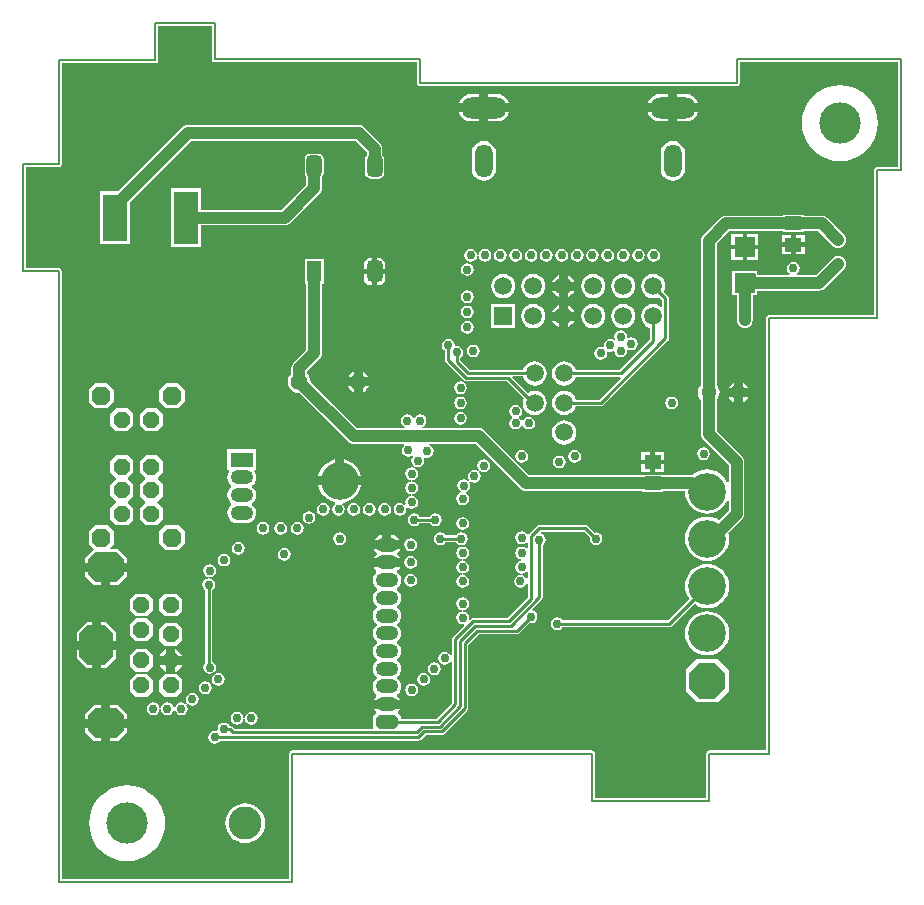
<source format=gtl>
G04*
G04 #@! TF.GenerationSoftware,Altium Limited,Altium Designer,20.2.4 (192)*
G04*
G04 Layer_Physical_Order=1*
G04 Layer_Color=255*
%FSLAX25Y25*%
%MOIN*%
G70*
G04*
G04 #@! TF.SameCoordinates,2C05E507-4EA5-4E47-A472-78439CCED8C8*
G04*
G04*
G04 #@! TF.FilePolarity,Positive*
G04*
G01*
G75*
%ADD10C,0.00787*%
%ADD12C,0.01000*%
%ADD14R,0.05709X0.04528*%
%ADD15R,0.07087X0.06693*%
G04:AMPARAMS|DCode=16|XSize=51.18mil|YSize=70.87mil|CornerRadius=12.8mil|HoleSize=0mil|Usage=FLASHONLY|Rotation=0.000|XOffset=0mil|YOffset=0mil|HoleType=Round|Shape=RoundedRectangle|*
%AMROUNDEDRECTD16*
21,1,0.05118,0.04528,0,0,0.0*
21,1,0.02559,0.07087,0,0,0.0*
1,1,0.02559,0.01280,-0.02264*
1,1,0.02559,-0.01280,-0.02264*
1,1,0.02559,-0.01280,0.02264*
1,1,0.02559,0.01280,0.02264*
%
%ADD16ROUNDEDRECTD16*%
%ADD17R,0.05118X0.07087*%
%ADD43C,0.02000*%
%ADD44C,0.01500*%
%ADD45C,0.04000*%
%ADD46O,0.05906X0.11024*%
%ADD47O,0.15354X0.07087*%
%ADD48O,0.07480X0.04724*%
G04:AMPARAMS|DCode=49|XSize=47.24mil|YSize=74.8mil|CornerRadius=0mil|HoleSize=0mil|Usage=FLASHONLY|Rotation=90.000|XOffset=0mil|YOffset=0mil|HoleType=Round|Shape=Octagon|*
%AMOCTAGOND49*
4,1,8,-0.03740,-0.01181,-0.03740,0.01181,-0.02559,0.02362,0.02559,0.02362,0.03740,0.01181,0.03740,-0.01181,0.02559,-0.02362,-0.02559,-0.02362,-0.03740,-0.01181,0.0*
%
%ADD49OCTAGOND49*%

%ADD50C,0.05512*%
%ADD51C,0.05118*%
%ADD52C,0.12598*%
%ADD53R,0.07874X0.15748*%
%ADD54R,0.07874X0.17717*%
%ADD55P,0.13210X8X112.5*%
%ADD56R,0.07480X0.04724*%
%ADD57P,0.05966X8X112.5*%
G04:AMPARAMS|DCode=58|XSize=98.43mil|YSize=118.11mil|CornerRadius=0mil|HoleSize=0mil|Usage=FLASHONLY|Rotation=270.000|XOffset=0mil|YOffset=0mil|HoleType=Round|Shape=Octagon|*
%AMOCTAGOND58*
4,1,8,0.05906,0.02461,0.05906,-0.02461,0.03445,-0.04921,-0.03445,-0.04921,-0.05906,-0.02461,-0.05906,0.02461,-0.03445,0.04921,0.03445,0.04921,0.05906,0.02461,0.0*
%
%ADD58OCTAGOND58*%

G04:AMPARAMS|DCode=59|XSize=110.24mil|YSize=133.86mil|CornerRadius=0mil|HoleSize=0mil|Usage=FLASHONLY|Rotation=0.000|XOffset=0mil|YOffset=0mil|HoleType=Round|Shape=Octagon|*
%AMOCTAGOND59*
4,1,8,-0.02756,0.06693,0.02756,0.06693,0.05512,0.03937,0.05512,-0.03937,0.02756,-0.06693,-0.02756,-0.06693,-0.05512,-0.03937,-0.05512,0.03937,-0.02756,0.06693,0.0*
%
%ADD59OCTAGOND59*%

%ADD60P,0.06818X8X112.5*%
%ADD61C,0.05906*%
%ADD62R,0.05906X0.05906*%
%ADD63C,0.13780*%
%ADD64C,0.11024*%
%ADD65C,0.03000*%
%ADD66C,0.04000*%
G36*
X43869Y1575D02*
X43946Y1187D01*
X44166Y858D01*
X44494Y639D01*
X44882Y562D01*
X112373D01*
Y-6299D01*
X112450Y-6687D01*
X112669Y-7016D01*
X112998Y-7235D01*
X113386Y-7312D01*
X218898D01*
X219285Y-7235D01*
X219614Y-7016D01*
X219834Y-6687D01*
X219911Y-6299D01*
Y562D01*
X272806D01*
Y-34420D01*
X265748D01*
X265360Y-34497D01*
X265032Y-34717D01*
X264812Y-35045D01*
X264735Y-35433D01*
Y-83632D01*
X229724D01*
X229337Y-83710D01*
X229008Y-83929D01*
X228788Y-84258D01*
X228711Y-84646D01*
Y-228829D01*
X209842D01*
X209455Y-228906D01*
X209126Y-229126D01*
X208907Y-229455D01*
X208829Y-229842D01*
Y-244577D01*
X171683D01*
Y-229842D01*
X171605Y-229455D01*
X171386Y-229126D01*
X171057Y-228906D01*
X170669Y-228829D01*
X70866D01*
X70478Y-228906D01*
X70150Y-229126D01*
X69930Y-229455D01*
X69853Y-229842D01*
Y-271743D01*
X-6073D01*
Y-68898D01*
X-6151Y-68510D01*
X-6370Y-68181D01*
X-6699Y-67962D01*
X-7087Y-67884D01*
X-17885D01*
Y-34478D01*
X-7087D01*
X-6699Y-34401D01*
X-6370Y-34181D01*
X-6151Y-33852D01*
X-6073Y-33465D01*
Y168D01*
X25000D01*
X25388Y245D01*
X25716Y465D01*
X25936Y793D01*
X26013Y1181D01*
Y12766D01*
X43869D01*
Y1575D01*
D02*
G37*
%LPC*%
G36*
X201772Y-9984D02*
X199138D01*
Y-13067D01*
X206068D01*
X205740Y-12276D01*
X205012Y-11327D01*
X204063Y-10598D01*
X202958Y-10141D01*
X201772Y-9984D01*
D02*
G37*
G36*
X196138D02*
X193504D01*
X192318Y-10141D01*
X191213Y-10598D01*
X190264Y-11327D01*
X189535Y-12276D01*
X189208Y-13067D01*
X196138D01*
Y-9984D01*
D02*
G37*
G36*
X138779D02*
X136146D01*
Y-13067D01*
X143076D01*
X142748Y-12276D01*
X142020Y-11327D01*
X141071Y-10598D01*
X139966Y-10141D01*
X138779Y-9984D01*
D02*
G37*
G36*
X133146D02*
X130512D01*
X129326Y-10141D01*
X128221Y-10598D01*
X127271Y-11327D01*
X126543Y-12276D01*
X126216Y-13067D01*
X133146D01*
Y-9984D01*
D02*
G37*
G36*
X206068Y-16067D02*
X199138D01*
Y-19149D01*
X201772D01*
X202958Y-18993D01*
X204063Y-18535D01*
X205012Y-17807D01*
X205740Y-16858D01*
X206068Y-16067D01*
D02*
G37*
G36*
X196138D02*
X189208D01*
X189535Y-16858D01*
X190264Y-17807D01*
X191213Y-18535D01*
X192318Y-18993D01*
X193504Y-19149D01*
X196138D01*
Y-16067D01*
D02*
G37*
G36*
X143076Y-16067D02*
X136146D01*
Y-19149D01*
X138779D01*
X139966Y-18993D01*
X141071Y-18535D01*
X142020Y-17807D01*
X142748Y-16858D01*
X143076Y-16067D01*
D02*
G37*
G36*
X133146D02*
X126216D01*
X126543Y-16858D01*
X127271Y-17807D01*
X128221Y-18535D01*
X129326Y-18993D01*
X130512Y-19149D01*
X133146D01*
Y-16067D01*
D02*
G37*
G36*
X253346Y-7038D02*
X251368Y-7194D01*
X249438Y-7657D01*
X247605Y-8417D01*
X245913Y-9454D01*
X244404Y-10742D01*
X243115Y-12251D01*
X242078Y-13943D01*
X241319Y-15777D01*
X240855Y-17707D01*
X240700Y-19685D01*
X240855Y-21664D01*
X241319Y-23593D01*
X242078Y-25427D01*
X243115Y-27119D01*
X244404Y-28628D01*
X245913Y-29917D01*
X247605Y-30953D01*
X249438Y-31713D01*
X251368Y-32176D01*
X253346Y-32332D01*
X255325Y-32176D01*
X257255Y-31713D01*
X259088Y-30953D01*
X260780Y-29917D01*
X262289Y-28628D01*
X263578Y-27119D01*
X264615Y-25427D01*
X265374Y-23593D01*
X265838Y-21664D01*
X265993Y-19685D01*
X265838Y-17707D01*
X265374Y-15777D01*
X264615Y-13943D01*
X263578Y-12251D01*
X262289Y-10742D01*
X260780Y-9454D01*
X259088Y-8417D01*
X257255Y-7657D01*
X255325Y-7194D01*
X253346Y-7038D01*
D02*
G37*
G36*
X93000Y-20378D02*
X93000Y-20378D01*
X36055D01*
X35376Y-20467D01*
X34744Y-20729D01*
X34201Y-21146D01*
X34201Y-21146D01*
X13089Y-42257D01*
X6824D01*
Y-60105D01*
X16798D01*
Y-45966D01*
X37141Y-25622D01*
X91914D01*
X95606Y-29315D01*
Y-30428D01*
X95594Y-30436D01*
X95178Y-31058D01*
X95033Y-31791D01*
Y-36319D01*
X95178Y-37052D01*
X95594Y-37674D01*
X96215Y-38089D01*
X96949Y-38235D01*
X99508D01*
X100241Y-38089D01*
X100863Y-37674D01*
X101278Y-37052D01*
X101424Y-36319D01*
Y-31791D01*
X101278Y-31058D01*
X100863Y-30436D01*
X100851Y-30428D01*
Y-28228D01*
X100761Y-27550D01*
X100499Y-26917D01*
X100083Y-26374D01*
X100083Y-26374D01*
X94854Y-21146D01*
X94311Y-20729D01*
X93679Y-20467D01*
X93000Y-20378D01*
D02*
G37*
G36*
X197638Y-25687D02*
X196593Y-25825D01*
X195619Y-26228D01*
X194783Y-26870D01*
X194141Y-27706D01*
X193738Y-28679D01*
X193600Y-29724D01*
Y-34843D01*
X193738Y-35888D01*
X194141Y-36861D01*
X194783Y-37697D01*
X195619Y-38339D01*
X196593Y-38742D01*
X197638Y-38880D01*
X198683Y-38742D01*
X199656Y-38339D01*
X200493Y-37697D01*
X201134Y-36861D01*
X201537Y-35888D01*
X201675Y-34843D01*
Y-29724D01*
X201537Y-28679D01*
X201134Y-27706D01*
X200493Y-26870D01*
X199656Y-26228D01*
X198683Y-25825D01*
X197638Y-25687D01*
D02*
G37*
G36*
X134646D02*
X133601Y-25825D01*
X132627Y-26228D01*
X131791Y-26870D01*
X131149Y-27706D01*
X130746Y-28679D01*
X130608Y-29724D01*
Y-34843D01*
X130746Y-35888D01*
X131149Y-36861D01*
X131791Y-37697D01*
X132627Y-38339D01*
X133601Y-38742D01*
X134646Y-38880D01*
X135691Y-38742D01*
X136664Y-38339D01*
X137501Y-37697D01*
X138142Y-36861D01*
X138545Y-35888D01*
X138683Y-34843D01*
Y-29724D01*
X138545Y-28679D01*
X138142Y-27706D01*
X137501Y-26870D01*
X136664Y-26228D01*
X135691Y-25825D01*
X134646Y-25687D01*
D02*
G37*
G36*
X79429Y-29875D02*
X76870D01*
X76137Y-30021D01*
X75515Y-30436D01*
X75100Y-31058D01*
X74954Y-31791D01*
Y-36319D01*
X75100Y-37052D01*
X75515Y-37674D01*
X75527Y-37682D01*
Y-40264D01*
X67233Y-48559D01*
X40420D01*
Y-41273D01*
X30446D01*
Y-61089D01*
X40420D01*
Y-53803D01*
X68319D01*
X68319Y-53803D01*
X68998Y-53714D01*
X69630Y-53452D01*
X70173Y-53035D01*
X80004Y-43205D01*
X80004Y-43205D01*
X80421Y-42662D01*
X80683Y-42029D01*
X80772Y-41350D01*
Y-37682D01*
X80784Y-37674D01*
X81200Y-37052D01*
X81345Y-36319D01*
Y-31791D01*
X81200Y-31058D01*
X80784Y-30436D01*
X80163Y-30021D01*
X79429Y-29875D01*
D02*
G37*
G36*
X236941Y-50263D02*
X236770Y-50286D01*
X234341D01*
Y-50527D01*
X215354D01*
X215354Y-50527D01*
X214676Y-50617D01*
X214043Y-50879D01*
X213500Y-51295D01*
X213500Y-51295D01*
X207791Y-57004D01*
X207375Y-57547D01*
X207113Y-58179D01*
X207023Y-58858D01*
X207023Y-58858D01*
Y-106938D01*
X206493Y-107629D01*
X206130Y-108507D01*
X206006Y-109449D01*
X206130Y-110391D01*
X206493Y-111269D01*
X207023Y-111960D01*
Y-123425D01*
X207023Y-123425D01*
X207113Y-124104D01*
X207375Y-124736D01*
X207791Y-125279D01*
X216275Y-133763D01*
Y-139376D01*
X215775Y-139502D01*
X215195Y-138417D01*
X214277Y-137298D01*
X213158Y-136380D01*
X211881Y-135697D01*
X210496Y-135277D01*
X209055Y-135135D01*
X207614Y-135277D01*
X206229Y-135697D01*
X204952Y-136380D01*
X204017Y-137147D01*
X203973Y-137141D01*
X203972Y-137141D01*
X194399D01*
Y-136900D01*
X187491D01*
Y-137141D01*
X149850D01*
X134854Y-122146D01*
X134311Y-121729D01*
X133679Y-121467D01*
X133000Y-121378D01*
X133000Y-121378D01*
X114246D01*
X114196Y-120878D01*
X114205Y-120876D01*
X114900Y-120412D01*
X115364Y-119717D01*
X115527Y-118898D01*
X115364Y-118078D01*
X114900Y-117384D01*
X114205Y-116920D01*
X113386Y-116756D01*
X112566Y-116920D01*
X111872Y-117384D01*
X111498Y-117943D01*
X111415Y-117967D01*
X111026D01*
X110943Y-117943D01*
X110569Y-117384D01*
X109874Y-116920D01*
X109055Y-116756D01*
X108236Y-116920D01*
X107541Y-117384D01*
X107077Y-118078D01*
X106914Y-118898D01*
X107077Y-119717D01*
X107541Y-120412D01*
X108236Y-120876D01*
X108245Y-120878D01*
X108195Y-121378D01*
X92338D01*
X76981Y-106020D01*
X76996Y-105905D01*
X76865Y-104912D01*
X76482Y-103986D01*
X75872Y-103191D01*
X75780Y-103121D01*
Y-102429D01*
X80004Y-98205D01*
X80004Y-98205D01*
X80421Y-97662D01*
X80683Y-97029D01*
X80772Y-96350D01*
X80772Y-96350D01*
Y-73238D01*
X81309D01*
Y-64951D01*
X74991D01*
Y-73238D01*
X75527D01*
Y-95264D01*
X71303Y-99488D01*
X70886Y-100031D01*
X70624Y-100664D01*
X70535Y-101342D01*
X70535Y-101343D01*
Y-103121D01*
X70443Y-103191D01*
X69833Y-103986D01*
X69450Y-104912D01*
X69319Y-105905D01*
X69450Y-106899D01*
X69833Y-107825D01*
X70443Y-108620D01*
X71238Y-109230D01*
X72164Y-109613D01*
X73158Y-109744D01*
X73272Y-109729D01*
X89398Y-125854D01*
X89398Y-125854D01*
X89941Y-126271D01*
X90573Y-126533D01*
X91252Y-126622D01*
X107938D01*
X108090Y-127122D01*
X107935Y-127226D01*
X107471Y-127921D01*
X107308Y-128740D01*
X107471Y-129560D01*
X107935Y-130254D01*
X108629Y-130718D01*
X109449Y-130881D01*
X110268Y-130718D01*
X110550Y-130530D01*
X110801Y-130362D01*
X111073Y-130752D01*
X110939Y-130988D01*
X110927Y-131005D01*
X110620Y-131464D01*
X110457Y-132283D01*
X110620Y-133103D01*
X111084Y-133798D01*
X111713Y-134218D01*
X111449Y-134636D01*
X110630Y-134473D01*
X109810Y-134636D01*
X109116Y-135100D01*
X108652Y-135795D01*
X108489Y-136614D01*
X108652Y-137434D01*
X109116Y-138128D01*
X109810Y-138592D01*
X110312Y-138692D01*
X110460Y-138722D01*
Y-139231D01*
X110312Y-139261D01*
X109810Y-139360D01*
X109116Y-139825D01*
X108652Y-140519D01*
X108489Y-141339D01*
X108652Y-142158D01*
X109116Y-142853D01*
X109810Y-143317D01*
X110312Y-143417D01*
X110460Y-143446D01*
Y-143956D01*
X110312Y-143985D01*
X109810Y-144085D01*
X109116Y-144549D01*
X108652Y-145244D01*
X108489Y-146063D01*
X108599Y-146618D01*
X108398Y-146768D01*
X108139Y-146866D01*
X107512Y-146447D01*
X106693Y-146284D01*
X105874Y-146447D01*
X105179Y-146911D01*
X104715Y-147606D01*
X104552Y-148425D01*
X104715Y-149245D01*
X105179Y-149939D01*
X105874Y-150403D01*
X106693Y-150566D01*
X107512Y-150403D01*
X108207Y-149939D01*
X108671Y-149245D01*
X108834Y-148425D01*
X108724Y-147871D01*
X108925Y-147720D01*
X109184Y-147623D01*
X109810Y-148041D01*
X110630Y-148204D01*
X111449Y-148041D01*
X112144Y-147577D01*
X112608Y-146882D01*
X112771Y-146063D01*
X112608Y-145244D01*
X112144Y-144549D01*
X111449Y-144085D01*
X110948Y-143985D01*
X110800Y-143956D01*
Y-143446D01*
X110948Y-143417D01*
X111449Y-143317D01*
X112144Y-142853D01*
X112608Y-142158D01*
X112771Y-141339D01*
X112608Y-140519D01*
X112144Y-139825D01*
X111449Y-139360D01*
X110948Y-139261D01*
X110800Y-139231D01*
Y-138722D01*
X110948Y-138692D01*
X111449Y-138592D01*
X112144Y-138128D01*
X112608Y-137434D01*
X112771Y-136614D01*
X112608Y-135795D01*
X112144Y-135100D01*
X111515Y-134680D01*
X111779Y-134262D01*
X112598Y-134425D01*
X113418Y-134262D01*
X114112Y-133798D01*
X114577Y-133103D01*
X114740Y-132283D01*
X114580Y-131480D01*
X114629Y-131412D01*
X114876Y-131165D01*
X114945Y-131115D01*
X115748Y-131275D01*
X116567Y-131112D01*
X117262Y-130648D01*
X117726Y-129953D01*
X117889Y-129134D01*
X117726Y-128314D01*
X117262Y-127620D01*
X116567Y-127156D01*
X116400Y-127122D01*
X116449Y-126622D01*
X131914D01*
X146909Y-141618D01*
X146909Y-141618D01*
X147453Y-142035D01*
X148085Y-142297D01*
X148764Y-142386D01*
X148764Y-142386D01*
X187491D01*
Y-142628D01*
X194399D01*
Y-142386D01*
X201549D01*
X201670Y-142520D01*
X201812Y-143960D01*
X202233Y-145346D01*
X202915Y-146623D01*
X203833Y-147741D01*
X204952Y-148660D01*
X206229Y-149342D01*
X207614Y-149763D01*
X209055Y-149905D01*
X210496Y-149763D01*
X211881Y-149342D01*
X213158Y-148660D01*
X214277Y-147741D01*
X215195Y-146623D01*
X215775Y-145538D01*
X216275Y-145663D01*
Y-148914D01*
X213095Y-152094D01*
X211881Y-151445D01*
X210496Y-151025D01*
X209055Y-150883D01*
X207614Y-151025D01*
X206229Y-151445D01*
X204952Y-152128D01*
X203833Y-153046D01*
X202915Y-154165D01*
X202233Y-155442D01*
X201812Y-156827D01*
X201670Y-158268D01*
X201812Y-159708D01*
X202233Y-161094D01*
X202915Y-162371D01*
X203833Y-163489D01*
X204952Y-164408D01*
X206229Y-165090D01*
X207614Y-165511D01*
X209055Y-165653D01*
X210496Y-165511D01*
X211881Y-165090D01*
X213158Y-164408D01*
X214277Y-163489D01*
X215195Y-162371D01*
X215878Y-161094D01*
X216298Y-159708D01*
X216440Y-158268D01*
X216298Y-156827D01*
X216177Y-156429D01*
X220752Y-151854D01*
X220752Y-151854D01*
X221169Y-151311D01*
X221431Y-150679D01*
X221520Y-150000D01*
X221520Y-150000D01*
Y-132677D01*
X221520Y-132677D01*
X221431Y-131998D01*
X221169Y-131366D01*
X220752Y-130823D01*
X220752Y-130823D01*
X212268Y-122339D01*
Y-111960D01*
X212798Y-111269D01*
X213162Y-110391D01*
X213286Y-109449D01*
X213162Y-108507D01*
X212798Y-107629D01*
X212268Y-106938D01*
Y-59944D01*
X216441Y-55772D01*
X234341D01*
Y-56013D01*
X241250D01*
Y-55772D01*
X246158D01*
X250902Y-60516D01*
X250902Y-60516D01*
X251445Y-60932D01*
X252077Y-61194D01*
X252756Y-61284D01*
X253435Y-61194D01*
X254067Y-60932D01*
X254610Y-60516D01*
X255027Y-59973D01*
X255289Y-59340D01*
X255378Y-58661D01*
X255289Y-57983D01*
X255027Y-57350D01*
X254610Y-56807D01*
X254610Y-56807D01*
X249098Y-51295D01*
X248555Y-50879D01*
X247923Y-50617D01*
X247244Y-50527D01*
X247244Y-50527D01*
X241250D01*
Y-50286D01*
X237111D01*
X236941Y-50263D01*
D02*
G37*
G36*
X241650Y-56972D02*
X238545D01*
Y-59486D01*
X241650D01*
Y-56972D01*
D02*
G37*
G36*
X237045D02*
X233941D01*
Y-59486D01*
X237045D01*
Y-56972D01*
D02*
G37*
G36*
X226197Y-56579D02*
X222404D01*
Y-60175D01*
X226197D01*
Y-56579D01*
D02*
G37*
G36*
X220904D02*
X217110D01*
Y-60175D01*
X220904D01*
Y-56579D01*
D02*
G37*
G36*
X241650Y-60986D02*
X238545D01*
Y-63500D01*
X241650D01*
Y-60986D01*
D02*
G37*
G36*
X237045D02*
X233941D01*
Y-63500D01*
X237045D01*
Y-60986D01*
D02*
G37*
G36*
X135039Y-61638D02*
X134220Y-61801D01*
X133525Y-62265D01*
X133061Y-62960D01*
X132961Y-63462D01*
X132932Y-63609D01*
X132422D01*
X132393Y-63462D01*
X132293Y-62960D01*
X131829Y-62265D01*
X131134Y-61801D01*
X130315Y-61638D01*
X129496Y-61801D01*
X128801Y-62265D01*
X128337Y-62960D01*
X128174Y-63779D01*
X128337Y-64599D01*
X128801Y-65294D01*
X129496Y-65758D01*
X130315Y-65921D01*
X131134Y-65758D01*
X131829Y-65294D01*
X132293Y-64599D01*
X132393Y-64097D01*
X132422Y-63950D01*
X132932D01*
X132961Y-64097D01*
X133061Y-64599D01*
X133525Y-65294D01*
X134220Y-65758D01*
X135039Y-65921D01*
X135859Y-65758D01*
X136553Y-65294D01*
X137018Y-64599D01*
X137180Y-63779D01*
X137018Y-62960D01*
X136553Y-62265D01*
X135859Y-61801D01*
X135039Y-61638D01*
D02*
G37*
G36*
X226197Y-61675D02*
X222404D01*
Y-65272D01*
X226197D01*
Y-61675D01*
D02*
G37*
G36*
X220904D02*
X217110D01*
Y-65272D01*
X220904D01*
Y-61675D01*
D02*
G37*
G36*
X191339Y-61638D02*
X190519Y-61801D01*
X189825Y-62265D01*
X189360Y-62960D01*
X189197Y-63779D01*
X189360Y-64599D01*
X189825Y-65294D01*
X190519Y-65758D01*
X191339Y-65921D01*
X192158Y-65758D01*
X192853Y-65294D01*
X193317Y-64599D01*
X193480Y-63779D01*
X193317Y-62960D01*
X192853Y-62265D01*
X192158Y-61801D01*
X191339Y-61638D01*
D02*
G37*
G36*
X186221D02*
X185401Y-61801D01*
X184706Y-62265D01*
X184242Y-62960D01*
X184079Y-63779D01*
X184242Y-64599D01*
X184706Y-65294D01*
X185401Y-65758D01*
X186221Y-65921D01*
X187040Y-65758D01*
X187734Y-65294D01*
X188199Y-64599D01*
X188362Y-63779D01*
X188199Y-62960D01*
X187734Y-62265D01*
X187040Y-61801D01*
X186221Y-61638D01*
D02*
G37*
G36*
X181102D02*
X180283Y-61801D01*
X179588Y-62265D01*
X179124Y-62960D01*
X178961Y-63779D01*
X179124Y-64599D01*
X179588Y-65294D01*
X180283Y-65758D01*
X181102Y-65921D01*
X181922Y-65758D01*
X182616Y-65294D01*
X183080Y-64599D01*
X183244Y-63779D01*
X183080Y-62960D01*
X182616Y-62265D01*
X181922Y-61801D01*
X181102Y-61638D01*
D02*
G37*
G36*
X175984D02*
X175165Y-61801D01*
X174470Y-62265D01*
X174006Y-62960D01*
X173843Y-63779D01*
X174006Y-64599D01*
X174470Y-65294D01*
X175165Y-65758D01*
X175984Y-65921D01*
X176804Y-65758D01*
X177498Y-65294D01*
X177962Y-64599D01*
X178125Y-63779D01*
X177962Y-62960D01*
X177498Y-62265D01*
X176804Y-61801D01*
X175984Y-61638D01*
D02*
G37*
G36*
X170866D02*
X170047Y-61801D01*
X169352Y-62265D01*
X168888Y-62960D01*
X168725Y-63779D01*
X168888Y-64599D01*
X169352Y-65294D01*
X170047Y-65758D01*
X170866Y-65921D01*
X171686Y-65758D01*
X172380Y-65294D01*
X172844Y-64599D01*
X173007Y-63779D01*
X172844Y-62960D01*
X172380Y-62265D01*
X171686Y-61801D01*
X170866Y-61638D01*
D02*
G37*
G36*
X165748D02*
X164929Y-61801D01*
X164234Y-62265D01*
X163770Y-62960D01*
X163607Y-63779D01*
X163770Y-64599D01*
X164234Y-65294D01*
X164929Y-65758D01*
X165748Y-65921D01*
X166567Y-65758D01*
X167262Y-65294D01*
X167726Y-64599D01*
X167889Y-63779D01*
X167726Y-62960D01*
X167262Y-62265D01*
X166567Y-61801D01*
X165748Y-61638D01*
D02*
G37*
G36*
X160630D02*
X159810Y-61801D01*
X159116Y-62265D01*
X158652Y-62960D01*
X158489Y-63779D01*
X158652Y-64599D01*
X159116Y-65294D01*
X159810Y-65758D01*
X160630Y-65921D01*
X161449Y-65758D01*
X162144Y-65294D01*
X162608Y-64599D01*
X162771Y-63779D01*
X162608Y-62960D01*
X162144Y-62265D01*
X161449Y-61801D01*
X160630Y-61638D01*
D02*
G37*
G36*
X155512D02*
X154692Y-61801D01*
X153998Y-62265D01*
X153534Y-62960D01*
X153371Y-63779D01*
X153534Y-64599D01*
X153998Y-65294D01*
X154692Y-65758D01*
X155512Y-65921D01*
X156331Y-65758D01*
X157026Y-65294D01*
X157490Y-64599D01*
X157653Y-63779D01*
X157490Y-62960D01*
X157026Y-62265D01*
X156331Y-61801D01*
X155512Y-61638D01*
D02*
G37*
G36*
X150394D02*
X149574Y-61801D01*
X148880Y-62265D01*
X148416Y-62960D01*
X148253Y-63779D01*
X148416Y-64599D01*
X148880Y-65294D01*
X149574Y-65758D01*
X150394Y-65921D01*
X151213Y-65758D01*
X151908Y-65294D01*
X152372Y-64599D01*
X152535Y-63779D01*
X152372Y-62960D01*
X151908Y-62265D01*
X151213Y-61801D01*
X150394Y-61638D01*
D02*
G37*
G36*
X145276D02*
X144456Y-61801D01*
X143762Y-62265D01*
X143297Y-62960D01*
X143134Y-63779D01*
X143297Y-64599D01*
X143762Y-65294D01*
X144456Y-65758D01*
X145276Y-65921D01*
X146095Y-65758D01*
X146790Y-65294D01*
X147254Y-64599D01*
X147417Y-63779D01*
X147254Y-62960D01*
X146790Y-62265D01*
X146095Y-61801D01*
X145276Y-61638D01*
D02*
G37*
G36*
X140157D02*
X139338Y-61801D01*
X138644Y-62265D01*
X138179Y-62960D01*
X138016Y-63779D01*
X138179Y-64599D01*
X138644Y-65294D01*
X139338Y-65758D01*
X140157Y-65921D01*
X140977Y-65758D01*
X141672Y-65294D01*
X142136Y-64599D01*
X142299Y-63779D01*
X142136Y-62960D01*
X141672Y-62265D01*
X140977Y-61801D01*
X140157Y-61638D01*
D02*
G37*
G36*
X99508Y-64507D02*
X98978D01*
Y-68344D01*
X101832D01*
Y-66831D01*
X101655Y-65941D01*
X101151Y-65187D01*
X100397Y-64683D01*
X99508Y-64507D01*
D02*
G37*
G36*
X97478D02*
X96949D01*
X96059Y-64683D01*
X95305Y-65187D01*
X94802Y-65941D01*
X94625Y-66831D01*
Y-68344D01*
X97478D01*
Y-64507D01*
D02*
G37*
G36*
X252756Y-63913D02*
X252077Y-64002D01*
X251445Y-64264D01*
X250902Y-64681D01*
X250902Y-64681D01*
X245272Y-70311D01*
X239182D01*
X239030Y-69811D01*
X239309Y-69624D01*
X239773Y-68930D01*
X239936Y-68110D01*
X239773Y-67291D01*
X239309Y-66596D01*
X238615Y-66132D01*
X237795Y-65969D01*
X236976Y-66132D01*
X236281Y-66596D01*
X235817Y-67291D01*
X235654Y-68110D01*
X235817Y-68930D01*
X236281Y-69624D01*
X236560Y-69811D01*
X236408Y-70311D01*
X225818D01*
X225797Y-70204D01*
Y-68987D01*
X224580D01*
X224447Y-68960D01*
X224314Y-68987D01*
X217510D01*
Y-76880D01*
X219031D01*
Y-85433D01*
X219121Y-86112D01*
X219383Y-86744D01*
X219799Y-87287D01*
X220342Y-87704D01*
X220975Y-87966D01*
X221654Y-88055D01*
X222332Y-87966D01*
X222965Y-87704D01*
X223508Y-87287D01*
X223925Y-86744D01*
X224187Y-86112D01*
X224276Y-85433D01*
Y-76880D01*
X225797D01*
Y-75555D01*
X246358D01*
X246358Y-75555D01*
X247037Y-75466D01*
X247670Y-75204D01*
X248213Y-74787D01*
X254610Y-68390D01*
X254610Y-68390D01*
X255027Y-67847D01*
X255289Y-67214D01*
X255378Y-66535D01*
X255289Y-65857D01*
X255027Y-65224D01*
X254610Y-64681D01*
X254067Y-64264D01*
X253435Y-64002D01*
X252756Y-63913D01*
D02*
G37*
G36*
X129134Y-66363D02*
X128314Y-66526D01*
X127620Y-66990D01*
X127156Y-67685D01*
X126993Y-68504D01*
X127156Y-69323D01*
X127620Y-70018D01*
X128314Y-70482D01*
X129134Y-70645D01*
X129953Y-70482D01*
X130648Y-70018D01*
X131112Y-69323D01*
X131275Y-68504D01*
X131112Y-67685D01*
X130648Y-66990D01*
X129953Y-66526D01*
X129134Y-66363D01*
D02*
G37*
G36*
X162642Y-70359D02*
Y-72516D01*
X164799D01*
X164594Y-72022D01*
X163961Y-71197D01*
X163135Y-70563D01*
X162642Y-70359D01*
D02*
G37*
G36*
X159642Y-70359D02*
X159148Y-70563D01*
X158323Y-71197D01*
X157689Y-72022D01*
X157485Y-72516D01*
X159642D01*
Y-70359D01*
D02*
G37*
G36*
X101832Y-69845D02*
X98978D01*
Y-73682D01*
X99508D01*
X100397Y-73506D01*
X101151Y-73002D01*
X101655Y-72248D01*
X101832Y-71358D01*
Y-69845D01*
D02*
G37*
G36*
X97478D02*
X94625D01*
Y-71358D01*
X94802Y-72248D01*
X95305Y-73002D01*
X96059Y-73506D01*
X96949Y-73682D01*
X97478D01*
Y-69845D01*
D02*
G37*
G36*
X159642Y-75516D02*
X157485D01*
X157689Y-76009D01*
X158323Y-76835D01*
X159148Y-77469D01*
X159642Y-77673D01*
Y-75516D01*
D02*
G37*
G36*
X164799D02*
X162642D01*
Y-77673D01*
X163135Y-77469D01*
X163961Y-76835D01*
X164594Y-76009D01*
X164799Y-75516D01*
D02*
G37*
G36*
X181142Y-69978D02*
X180097Y-70116D01*
X179123Y-70519D01*
X178287Y-71161D01*
X177645Y-71997D01*
X177242Y-72971D01*
X177104Y-74016D01*
X177242Y-75061D01*
X177645Y-76034D01*
X178287Y-76871D01*
X179123Y-77512D01*
X180097Y-77916D01*
X181142Y-78053D01*
X182187Y-77916D01*
X183160Y-77512D01*
X183996Y-76871D01*
X184638Y-76034D01*
X185041Y-75061D01*
X185179Y-74016D01*
X185041Y-72971D01*
X184638Y-71997D01*
X183996Y-71161D01*
X183160Y-70519D01*
X182187Y-70116D01*
X181142Y-69978D01*
D02*
G37*
G36*
X171142D02*
X170097Y-70116D01*
X169123Y-70519D01*
X168287Y-71161D01*
X167645Y-71997D01*
X167242Y-72971D01*
X167104Y-74016D01*
X167242Y-75061D01*
X167645Y-76034D01*
X168287Y-76871D01*
X169123Y-77512D01*
X170097Y-77916D01*
X171142Y-78053D01*
X172187Y-77916D01*
X173160Y-77512D01*
X173996Y-76871D01*
X174638Y-76034D01*
X175041Y-75061D01*
X175179Y-74016D01*
X175041Y-72971D01*
X174638Y-71997D01*
X173996Y-71161D01*
X173160Y-70519D01*
X172187Y-70116D01*
X171142Y-69978D01*
D02*
G37*
G36*
X151142D02*
X150097Y-70116D01*
X149123Y-70519D01*
X148287Y-71161D01*
X147645Y-71997D01*
X147242Y-72971D01*
X147104Y-74016D01*
X147242Y-75061D01*
X147645Y-76034D01*
X148287Y-76871D01*
X149123Y-77512D01*
X150097Y-77916D01*
X151142Y-78053D01*
X152187Y-77916D01*
X153160Y-77512D01*
X153997Y-76871D01*
X154638Y-76034D01*
X155042Y-75061D01*
X155179Y-74016D01*
X155042Y-72971D01*
X154638Y-71997D01*
X153997Y-71161D01*
X153160Y-70519D01*
X152187Y-70116D01*
X151142Y-69978D01*
D02*
G37*
G36*
X141142D02*
X140097Y-70116D01*
X139123Y-70519D01*
X138287Y-71161D01*
X137645Y-71997D01*
X137242Y-72971D01*
X137104Y-74016D01*
X137242Y-75061D01*
X137645Y-76034D01*
X138287Y-76871D01*
X139123Y-77512D01*
X140097Y-77916D01*
X141142Y-78053D01*
X142187Y-77916D01*
X143160Y-77512D01*
X143997Y-76871D01*
X144638Y-76034D01*
X145042Y-75061D01*
X145179Y-74016D01*
X145042Y-72971D01*
X144638Y-71997D01*
X143997Y-71161D01*
X143160Y-70519D01*
X142187Y-70116D01*
X141142Y-69978D01*
D02*
G37*
G36*
X129134Y-75418D02*
X128314Y-75581D01*
X127620Y-76045D01*
X127156Y-76740D01*
X126993Y-77559D01*
X127156Y-78378D01*
X127620Y-79073D01*
X128314Y-79537D01*
X129134Y-79700D01*
X129953Y-79537D01*
X130648Y-79073D01*
X131112Y-78378D01*
X131275Y-77559D01*
X131112Y-76740D01*
X130648Y-76045D01*
X129953Y-75581D01*
X129134Y-75418D01*
D02*
G37*
G36*
X191142Y-69978D02*
X190097Y-70116D01*
X189123Y-70519D01*
X188287Y-71161D01*
X187645Y-71997D01*
X187242Y-72971D01*
X187104Y-74016D01*
X187242Y-75061D01*
X187645Y-76034D01*
X188287Y-76871D01*
X189123Y-77512D01*
X190097Y-77916D01*
X191142Y-78053D01*
X192187Y-77916D01*
X193084Y-77544D01*
X194073Y-78533D01*
Y-80589D01*
X193573Y-80836D01*
X193160Y-80519D01*
X192187Y-80116D01*
X191142Y-79978D01*
X190097Y-80116D01*
X189123Y-80519D01*
X188287Y-81161D01*
X187645Y-81997D01*
X187242Y-82971D01*
X187104Y-84016D01*
X187242Y-85061D01*
X187645Y-86034D01*
X188287Y-86870D01*
X189123Y-87512D01*
X190020Y-87884D01*
Y-91858D01*
X179850Y-102028D01*
X165285D01*
X164914Y-101131D01*
X164272Y-100295D01*
X163436Y-99653D01*
X162462Y-99250D01*
X161417Y-99112D01*
X160372Y-99250D01*
X159399Y-99653D01*
X158563Y-100295D01*
X157921Y-101131D01*
X157518Y-102105D01*
X157380Y-103150D01*
X157518Y-104194D01*
X157921Y-105168D01*
X158563Y-106004D01*
X159399Y-106646D01*
X160372Y-107049D01*
X161417Y-107187D01*
X162462Y-107049D01*
X163436Y-106646D01*
X164272Y-106004D01*
X164914Y-105168D01*
X165285Y-104271D01*
X180050D01*
X180257Y-104771D01*
X173158Y-111871D01*
X165285D01*
X164914Y-110974D01*
X164272Y-110137D01*
X163436Y-109496D01*
X162462Y-109092D01*
X161417Y-108955D01*
X160372Y-109092D01*
X159399Y-109496D01*
X158563Y-110137D01*
X157921Y-110974D01*
X157518Y-111947D01*
X157380Y-112992D01*
X157518Y-114037D01*
X157921Y-115011D01*
X158563Y-115847D01*
X159399Y-116489D01*
X160372Y-116892D01*
X161417Y-117029D01*
X162462Y-116892D01*
X163436Y-116489D01*
X164272Y-115847D01*
X164914Y-115011D01*
X165285Y-114114D01*
X173622D01*
X173622Y-114114D01*
X174051Y-114028D01*
X174415Y-113785D01*
X195987Y-92213D01*
X195988Y-92213D01*
X196231Y-91849D01*
X196316Y-91420D01*
Y-78069D01*
X196316Y-78069D01*
X196231Y-77639D01*
X195988Y-77275D01*
X195987Y-77275D01*
X194670Y-75958D01*
X195042Y-75061D01*
X195179Y-74016D01*
X195042Y-72971D01*
X194638Y-71997D01*
X193997Y-71161D01*
X193160Y-70519D01*
X192187Y-70116D01*
X191142Y-69978D01*
D02*
G37*
G36*
X162642Y-80359D02*
Y-82516D01*
X164799D01*
X164594Y-82022D01*
X163961Y-81197D01*
X163135Y-80563D01*
X162642Y-80359D01*
D02*
G37*
G36*
X159642Y-80359D02*
X159148Y-80563D01*
X158323Y-81197D01*
X157689Y-82022D01*
X157485Y-82516D01*
X159642D01*
Y-80359D01*
D02*
G37*
G36*
X129134Y-80536D02*
X128314Y-80699D01*
X127620Y-81163D01*
X127156Y-81858D01*
X126993Y-82677D01*
X127156Y-83497D01*
X127620Y-84191D01*
X128314Y-84655D01*
X129134Y-84818D01*
X129953Y-84655D01*
X130648Y-84191D01*
X131112Y-83497D01*
X131275Y-82677D01*
X131112Y-81858D01*
X130648Y-81163D01*
X129953Y-80699D01*
X129134Y-80536D01*
D02*
G37*
G36*
X159642Y-85516D02*
X157485D01*
X157689Y-86009D01*
X158323Y-86835D01*
X159148Y-87468D01*
X159642Y-87673D01*
Y-85516D01*
D02*
G37*
G36*
X164799D02*
X162642D01*
Y-87673D01*
X163135Y-87468D01*
X163961Y-86835D01*
X164594Y-86009D01*
X164799Y-85516D01*
D02*
G37*
G36*
X145144Y-80013D02*
X137139D01*
Y-88019D01*
X145144D01*
Y-80013D01*
D02*
G37*
G36*
X181142Y-79978D02*
X180097Y-80116D01*
X179123Y-80519D01*
X178287Y-81161D01*
X177645Y-81997D01*
X177242Y-82971D01*
X177104Y-84016D01*
X177242Y-85061D01*
X177645Y-86034D01*
X178287Y-86870D01*
X179123Y-87512D01*
X180097Y-87915D01*
X181142Y-88053D01*
X182187Y-87915D01*
X183160Y-87512D01*
X183996Y-86870D01*
X184638Y-86034D01*
X185041Y-85061D01*
X185179Y-84016D01*
X185041Y-82971D01*
X184638Y-81997D01*
X183996Y-81161D01*
X183160Y-80519D01*
X182187Y-80116D01*
X181142Y-79978D01*
D02*
G37*
G36*
X171142D02*
X170097Y-80116D01*
X169123Y-80519D01*
X168287Y-81161D01*
X167645Y-81997D01*
X167242Y-82971D01*
X167104Y-84016D01*
X167242Y-85061D01*
X167645Y-86034D01*
X168287Y-86870D01*
X169123Y-87512D01*
X170097Y-87915D01*
X171142Y-88053D01*
X172187Y-87915D01*
X173160Y-87512D01*
X173996Y-86870D01*
X174638Y-86034D01*
X175041Y-85061D01*
X175179Y-84016D01*
X175041Y-82971D01*
X174638Y-81997D01*
X173996Y-81161D01*
X173160Y-80519D01*
X172187Y-80116D01*
X171142Y-79978D01*
D02*
G37*
G36*
X151142D02*
X150097Y-80116D01*
X149123Y-80519D01*
X148287Y-81161D01*
X147645Y-81997D01*
X147242Y-82971D01*
X147104Y-84016D01*
X147242Y-85061D01*
X147645Y-86034D01*
X148287Y-86870D01*
X149123Y-87512D01*
X150097Y-87915D01*
X151142Y-88053D01*
X152187Y-87915D01*
X153160Y-87512D01*
X153997Y-86870D01*
X154638Y-86034D01*
X155042Y-85061D01*
X155179Y-84016D01*
X155042Y-82971D01*
X154638Y-81997D01*
X153997Y-81161D01*
X153160Y-80519D01*
X152187Y-80116D01*
X151142Y-79978D01*
D02*
G37*
G36*
X129134Y-85654D02*
X128314Y-85817D01*
X127620Y-86281D01*
X127156Y-86976D01*
X126993Y-87795D01*
X127156Y-88615D01*
X127620Y-89309D01*
X128314Y-89773D01*
X129134Y-89936D01*
X129953Y-89773D01*
X130648Y-89309D01*
X131112Y-88615D01*
X131275Y-87795D01*
X131112Y-86976D01*
X130648Y-86281D01*
X129953Y-85817D01*
X129134Y-85654D01*
D02*
G37*
G36*
X180315Y-88804D02*
X179496Y-88967D01*
X178801Y-89431D01*
X178337Y-90126D01*
X178174Y-90945D01*
X178304Y-91597D01*
X177884Y-91919D01*
X177591Y-91723D01*
X176772Y-91560D01*
X175952Y-91723D01*
X175258Y-92187D01*
X174794Y-92881D01*
X174630Y-93701D01*
X174702Y-94059D01*
X174642Y-94156D01*
X174269Y-94444D01*
X173622Y-94315D01*
X172803Y-94478D01*
X172108Y-94943D01*
X171644Y-95637D01*
X171481Y-96457D01*
X171644Y-97276D01*
X172108Y-97971D01*
X172803Y-98435D01*
X173622Y-98598D01*
X174441Y-98435D01*
X175136Y-97971D01*
X175600Y-97276D01*
X175763Y-96457D01*
X175692Y-96098D01*
X175752Y-96002D01*
X176125Y-95713D01*
X176772Y-95842D01*
X177591Y-95679D01*
X177718Y-95594D01*
X178213Y-95865D01*
X178337Y-96489D01*
X178801Y-97183D01*
X179496Y-97648D01*
X180315Y-97810D01*
X181134Y-97648D01*
X181829Y-97183D01*
X182293Y-96489D01*
X182456Y-95669D01*
X182417Y-95471D01*
X182867Y-95170D01*
X183039Y-95285D01*
X183858Y-95448D01*
X184678Y-95285D01*
X185372Y-94821D01*
X185836Y-94126D01*
X185999Y-93307D01*
X185836Y-92488D01*
X185372Y-91793D01*
X184678Y-91329D01*
X183858Y-91166D01*
X183039Y-91329D01*
X182867Y-91444D01*
X182417Y-91143D01*
X182456Y-90945D01*
X182293Y-90126D01*
X181829Y-89431D01*
X181134Y-88967D01*
X180315Y-88804D01*
D02*
G37*
G36*
X131102Y-93528D02*
X130283Y-93691D01*
X129588Y-94155D01*
X129124Y-94850D01*
X128961Y-95669D01*
X129124Y-96489D01*
X129588Y-97183D01*
X130283Y-97648D01*
X131102Y-97810D01*
X131922Y-97648D01*
X132616Y-97183D01*
X133080Y-96489D01*
X133244Y-95669D01*
X133080Y-94850D01*
X132616Y-94155D01*
X131922Y-93691D01*
X131102Y-93528D01*
D02*
G37*
G36*
X94342Y-102462D02*
Y-104405D01*
X96287D01*
X96123Y-104011D01*
X95521Y-103227D01*
X94737Y-102625D01*
X94342Y-102462D01*
D02*
G37*
G36*
X91343D02*
X90948Y-102625D01*
X90164Y-103227D01*
X89562Y-104011D01*
X89398Y-104405D01*
X91343D01*
Y-102462D01*
D02*
G37*
G36*
X122835Y-91560D02*
X122015Y-91723D01*
X121321Y-92187D01*
X120856Y-92881D01*
X120694Y-93701D01*
X120856Y-94520D01*
X121321Y-95215D01*
X121713Y-95477D01*
Y-98719D01*
X121713Y-98719D01*
X121799Y-99149D01*
X122042Y-99512D01*
X127922Y-105393D01*
X127922Y-105393D01*
X128286Y-105636D01*
X128715Y-105722D01*
X142124D01*
X147873Y-111470D01*
X147675Y-111947D01*
X147538Y-112992D01*
X147675Y-114037D01*
X148078Y-115011D01*
X148720Y-115847D01*
X149556Y-116489D01*
X150530Y-116892D01*
X151575Y-117029D01*
X152620Y-116892D01*
X153594Y-116489D01*
X154430Y-115847D01*
X155071Y-115011D01*
X155474Y-114037D01*
X155612Y-112992D01*
X155474Y-111947D01*
X155071Y-110974D01*
X154430Y-110137D01*
X153594Y-109496D01*
X152620Y-109092D01*
X151575Y-108955D01*
X150530Y-109092D01*
X149556Y-109496D01*
X149281Y-109707D01*
X144158Y-104584D01*
X144350Y-104122D01*
X147666D01*
X147675Y-104194D01*
X148078Y-105168D01*
X148720Y-106004D01*
X149556Y-106646D01*
X150530Y-107049D01*
X151575Y-107187D01*
X152620Y-107049D01*
X153594Y-106646D01*
X154430Y-106004D01*
X155071Y-105168D01*
X155474Y-104194D01*
X155612Y-103150D01*
X155474Y-102105D01*
X155071Y-101131D01*
X154430Y-100295D01*
X153594Y-99653D01*
X152620Y-99250D01*
X151575Y-99112D01*
X150530Y-99250D01*
X149556Y-99653D01*
X148720Y-100295D01*
X148078Y-101131D01*
X147769Y-101878D01*
X129842D01*
X126712Y-98748D01*
Y-97839D01*
X127105Y-97577D01*
X127569Y-96882D01*
X127732Y-96063D01*
X127569Y-95244D01*
X127105Y-94549D01*
X126410Y-94085D01*
X125591Y-93922D01*
X125395Y-93961D01*
X124962Y-93632D01*
X124813Y-92881D01*
X124349Y-92187D01*
X123654Y-91723D01*
X122835Y-91560D01*
D02*
G37*
G36*
X220988Y-106218D02*
Y-107949D01*
X222719D01*
X222597Y-107654D01*
X222026Y-106911D01*
X221283Y-106340D01*
X220988Y-106218D01*
D02*
G37*
G36*
X217988D02*
X217693Y-106340D01*
X216950Y-106911D01*
X216379Y-107654D01*
X216257Y-107949D01*
X217988D01*
Y-106218D01*
D02*
G37*
G36*
X96287Y-107405D02*
X94342D01*
Y-109350D01*
X94737Y-109186D01*
X95521Y-108584D01*
X96123Y-107800D01*
X96287Y-107405D01*
D02*
G37*
G36*
X91343D02*
X89398D01*
X89562Y-107800D01*
X90164Y-108584D01*
X90948Y-109186D01*
X91343Y-109350D01*
Y-107405D01*
D02*
G37*
G36*
X126871Y-105733D02*
X126052Y-105896D01*
X125357Y-106360D01*
X124893Y-107055D01*
X124730Y-107874D01*
X124893Y-108693D01*
X125357Y-109388D01*
X126052Y-109852D01*
X126871Y-110015D01*
X127690Y-109852D01*
X128385Y-109388D01*
X128849Y-108693D01*
X129012Y-107874D01*
X128849Y-107055D01*
X128385Y-106360D01*
X127690Y-105896D01*
X126871Y-105733D01*
D02*
G37*
G36*
X222719Y-110949D02*
X220988D01*
Y-112680D01*
X221283Y-112558D01*
X222026Y-111987D01*
X222597Y-111244D01*
X222719Y-110949D01*
D02*
G37*
G36*
X217988D02*
X216257D01*
X216379Y-111244D01*
X216950Y-111987D01*
X217693Y-112558D01*
X217988Y-112680D01*
Y-110949D01*
D02*
G37*
G36*
X32809Y-106430D02*
X28609D01*
X26509Y-108530D01*
Y-112730D01*
X28609Y-114830D01*
X32809D01*
X34908Y-112730D01*
Y-108530D01*
X32809Y-106430D01*
D02*
G37*
G36*
X9186D02*
X4987D01*
X2887Y-108530D01*
Y-112730D01*
X4987Y-114830D01*
X9186D01*
X11286Y-112730D01*
Y-108530D01*
X9186Y-106430D01*
D02*
G37*
G36*
X197244Y-110851D02*
X196425Y-111014D01*
X195730Y-111478D01*
X195266Y-112173D01*
X195103Y-112992D01*
X195266Y-113812D01*
X195730Y-114506D01*
X196425Y-114970D01*
X197244Y-115133D01*
X198064Y-114970D01*
X198758Y-114506D01*
X199222Y-113812D01*
X199385Y-112992D01*
X199222Y-112173D01*
X198758Y-111478D01*
X198064Y-111014D01*
X197244Y-110851D01*
D02*
G37*
G36*
X126871D02*
X126052Y-111014D01*
X125357Y-111478D01*
X124893Y-112173D01*
X124730Y-112992D01*
X124893Y-113812D01*
X125357Y-114506D01*
X126052Y-114970D01*
X126871Y-115133D01*
X127690Y-114970D01*
X128385Y-114506D01*
X128849Y-113812D01*
X129012Y-112992D01*
X128849Y-112173D01*
X128385Y-111478D01*
X127690Y-111014D01*
X126871Y-110851D01*
D02*
G37*
G36*
X126871Y-115969D02*
X126052Y-116132D01*
X125357Y-116596D01*
X124893Y-117291D01*
X124730Y-118110D01*
X124893Y-118930D01*
X125357Y-119624D01*
X126052Y-120088D01*
X126871Y-120251D01*
X127690Y-120088D01*
X128385Y-119624D01*
X128849Y-118930D01*
X129012Y-118110D01*
X128849Y-117291D01*
X128385Y-116596D01*
X127690Y-116132D01*
X126871Y-115969D01*
D02*
G37*
G36*
X145276Y-113607D02*
X144456Y-113770D01*
X143762Y-114234D01*
X143297Y-114929D01*
X143134Y-115748D01*
X143297Y-116567D01*
X143762Y-117262D01*
X144068Y-117466D01*
Y-117966D01*
X143762Y-118171D01*
X143297Y-118866D01*
X143134Y-119685D01*
X143297Y-120504D01*
X143762Y-121199D01*
X144456Y-121663D01*
X145276Y-121826D01*
X146095Y-121663D01*
X146790Y-121199D01*
X147163Y-120640D01*
X147246Y-120616D01*
X147636D01*
X147719Y-120640D01*
X148092Y-121199D01*
X148787Y-121663D01*
X149606Y-121826D01*
X150426Y-121663D01*
X151120Y-121199D01*
X151584Y-120504D01*
X151747Y-119685D01*
X151584Y-118866D01*
X151120Y-118171D01*
X150426Y-117707D01*
X149606Y-117544D01*
X148787Y-117707D01*
X148092Y-118171D01*
X147719Y-118730D01*
X147636Y-118754D01*
X147246D01*
X147163Y-118730D01*
X146790Y-118171D01*
X146484Y-117966D01*
Y-117466D01*
X146790Y-117262D01*
X147254Y-116567D01*
X147417Y-115748D01*
X147254Y-114929D01*
X146790Y-114234D01*
X146095Y-113770D01*
X145276Y-113607D01*
D02*
G37*
G36*
X25722Y-114698D02*
X21916D01*
X20013Y-116601D01*
Y-120407D01*
X21916Y-122310D01*
X25722D01*
X27625Y-120407D01*
Y-116601D01*
X25722Y-114698D01*
D02*
G37*
G36*
X15879D02*
X12073D01*
X10170Y-116601D01*
Y-120407D01*
X12073Y-122310D01*
X15879D01*
X17782Y-120407D01*
Y-116601D01*
X15879Y-114698D01*
D02*
G37*
G36*
X161417Y-118797D02*
X160372Y-118935D01*
X159399Y-119338D01*
X158563Y-119980D01*
X157921Y-120816D01*
X157518Y-121790D01*
X157380Y-122835D01*
X157518Y-123880D01*
X157921Y-124853D01*
X158563Y-125689D01*
X159399Y-126331D01*
X160372Y-126734D01*
X161417Y-126872D01*
X162462Y-126734D01*
X163436Y-126331D01*
X164272Y-125689D01*
X164914Y-124853D01*
X165317Y-123880D01*
X165455Y-122835D01*
X165317Y-121790D01*
X164914Y-120816D01*
X164272Y-119980D01*
X163436Y-119338D01*
X162462Y-118935D01*
X161417Y-118797D01*
D02*
G37*
G36*
X194799Y-129413D02*
X191695D01*
Y-131927D01*
X194799D01*
Y-129413D01*
D02*
G37*
G36*
X190195D02*
X187091D01*
Y-131927D01*
X190195D01*
Y-129413D01*
D02*
G37*
G36*
X207874Y-127780D02*
X207055Y-127943D01*
X206360Y-128407D01*
X205896Y-129102D01*
X205733Y-129921D01*
X205896Y-130741D01*
X206360Y-131435D01*
X207055Y-131899D01*
X207874Y-132062D01*
X208693Y-131899D01*
X209388Y-131435D01*
X209852Y-130741D01*
X210015Y-129921D01*
X209852Y-129102D01*
X209388Y-128407D01*
X208693Y-127943D01*
X207874Y-127780D01*
D02*
G37*
G36*
X164961Y-128568D02*
X164141Y-128730D01*
X163447Y-129195D01*
X162982Y-129889D01*
X162820Y-130709D01*
X162982Y-131528D01*
X163447Y-132223D01*
X164141Y-132687D01*
X164961Y-132850D01*
X165780Y-132687D01*
X166475Y-132223D01*
X166939Y-131528D01*
X167102Y-130709D01*
X166939Y-129889D01*
X166475Y-129195D01*
X165780Y-128730D01*
X164961Y-128568D01*
D02*
G37*
G36*
X147244D02*
X146425Y-128730D01*
X145730Y-129195D01*
X145266Y-129889D01*
X145103Y-130709D01*
X145266Y-131528D01*
X145730Y-132223D01*
X146425Y-132687D01*
X147244Y-132850D01*
X148064Y-132687D01*
X148758Y-132223D01*
X149222Y-131528D01*
X149385Y-130709D01*
X149222Y-129889D01*
X148758Y-129195D01*
X148064Y-128730D01*
X147244Y-128568D01*
D02*
G37*
G36*
X159843Y-130536D02*
X159023Y-130699D01*
X158328Y-131163D01*
X157864Y-131858D01*
X157701Y-132677D01*
X157864Y-133497D01*
X158328Y-134191D01*
X159023Y-134655D01*
X159843Y-134818D01*
X160662Y-134655D01*
X161356Y-134191D01*
X161821Y-133497D01*
X161984Y-132677D01*
X161821Y-131858D01*
X161356Y-131163D01*
X160662Y-130699D01*
X159843Y-130536D01*
D02*
G37*
G36*
X134646Y-131717D02*
X133826Y-131880D01*
X133132Y-132344D01*
X132668Y-133039D01*
X132504Y-133858D01*
X132668Y-134678D01*
X132974Y-135137D01*
X133132Y-135372D01*
X132848Y-135779D01*
X132315Y-135423D01*
X131496Y-135260D01*
X130677Y-135423D01*
X129982Y-135888D01*
X129518Y-136582D01*
X129355Y-137402D01*
X129518Y-138221D01*
X129874Y-138753D01*
X129467Y-139037D01*
X129231Y-138880D01*
X128772Y-138573D01*
X127953Y-138410D01*
X127133Y-138573D01*
X126439Y-139037D01*
X125975Y-139732D01*
X125812Y-140551D01*
X125975Y-141371D01*
X126439Y-142065D01*
X126887Y-142365D01*
X126781Y-142895D01*
X126740Y-142904D01*
X126045Y-143368D01*
X125581Y-144062D01*
X125418Y-144882D01*
X125581Y-145701D01*
X126045Y-146396D01*
X126740Y-146860D01*
X127559Y-147023D01*
X128378Y-146860D01*
X129073Y-146396D01*
X129537Y-145701D01*
X129700Y-144882D01*
X129537Y-144062D01*
X129073Y-143368D01*
X128625Y-143068D01*
X128730Y-142538D01*
X128772Y-142529D01*
X129467Y-142065D01*
X129931Y-141371D01*
X130094Y-140551D01*
X129931Y-139732D01*
X129575Y-139199D01*
X129982Y-138916D01*
X130218Y-139073D01*
X130677Y-139380D01*
X131496Y-139543D01*
X132315Y-139380D01*
X133010Y-138916D01*
X133474Y-138221D01*
X133637Y-137402D01*
X133474Y-136582D01*
X133168Y-136123D01*
X133010Y-135888D01*
X133294Y-135481D01*
X133826Y-135836D01*
X134646Y-135999D01*
X135465Y-135836D01*
X136160Y-135372D01*
X136624Y-134678D01*
X136787Y-133858D01*
X136624Y-133039D01*
X136160Y-132344D01*
X135465Y-131880D01*
X134646Y-131717D01*
D02*
G37*
G36*
X194799Y-133427D02*
X191695D01*
Y-135941D01*
X194799D01*
Y-133427D01*
D02*
G37*
G36*
X190195D02*
X187091D01*
Y-135941D01*
X190195D01*
Y-133427D01*
D02*
G37*
G36*
X88114Y-131804D02*
Y-137476D01*
X93787D01*
X93390Y-136170D01*
X92713Y-134901D01*
X91800Y-133790D01*
X90689Y-132878D01*
X89421Y-132200D01*
X88114Y-131804D01*
D02*
G37*
G36*
X85114Y-131804D02*
X83807Y-132200D01*
X82539Y-132878D01*
X81428Y-133790D01*
X80516Y-134901D01*
X79838Y-136170D01*
X79441Y-137476D01*
X85114D01*
Y-131804D01*
D02*
G37*
G36*
X101575Y-146284D02*
X100755Y-146447D01*
X100061Y-146911D01*
X99597Y-147606D01*
X99434Y-148425D01*
X99597Y-149245D01*
X100061Y-149939D01*
X100755Y-150403D01*
X101575Y-150566D01*
X102394Y-150403D01*
X103089Y-149939D01*
X103553Y-149245D01*
X103716Y-148425D01*
X103553Y-147606D01*
X103089Y-146911D01*
X102394Y-146447D01*
X101575Y-146284D01*
D02*
G37*
G36*
X96457D02*
X95637Y-146447D01*
X94943Y-146911D01*
X94478Y-147606D01*
X94315Y-148425D01*
X94478Y-149245D01*
X94943Y-149939D01*
X95637Y-150403D01*
X96457Y-150566D01*
X97276Y-150403D01*
X97971Y-149939D01*
X98435Y-149245D01*
X98598Y-148425D01*
X98435Y-147606D01*
X97971Y-146911D01*
X97276Y-146447D01*
X96457Y-146284D01*
D02*
G37*
G36*
X91339D02*
X90519Y-146447D01*
X89825Y-146911D01*
X89360Y-147606D01*
X89197Y-148425D01*
X89360Y-149245D01*
X89825Y-149939D01*
X90519Y-150403D01*
X91339Y-150566D01*
X92158Y-150403D01*
X92853Y-149939D01*
X93317Y-149245D01*
X93480Y-148425D01*
X93317Y-147606D01*
X92853Y-146911D01*
X92158Y-146447D01*
X91339Y-146284D01*
D02*
G37*
G36*
X93787Y-140476D02*
X86614D01*
X79441D01*
X79838Y-141783D01*
X80516Y-143051D01*
X81428Y-144163D01*
X82539Y-145075D01*
X83807Y-145753D01*
X84999Y-146114D01*
X85105Y-146616D01*
X85099Y-146649D01*
X84706Y-146911D01*
X84242Y-147606D01*
X84079Y-148425D01*
X84242Y-149245D01*
X84706Y-149939D01*
X85401Y-150403D01*
X86221Y-150566D01*
X87040Y-150403D01*
X87735Y-149939D01*
X88199Y-149245D01*
X88362Y-148425D01*
X88199Y-147606D01*
X87735Y-146911D01*
X87463Y-146730D01*
X87592Y-146215D01*
X88045Y-146170D01*
X89421Y-145753D01*
X90689Y-145075D01*
X91800Y-144163D01*
X92713Y-143051D01*
X93390Y-141783D01*
X93787Y-140476D01*
D02*
G37*
G36*
X81102Y-146284D02*
X80283Y-146447D01*
X79588Y-146911D01*
X79124Y-147606D01*
X78961Y-148425D01*
X79124Y-149245D01*
X79588Y-149939D01*
X80283Y-150403D01*
X81102Y-150566D01*
X81922Y-150403D01*
X82616Y-149939D01*
X83081Y-149245D01*
X83244Y-148425D01*
X83081Y-147606D01*
X82616Y-146911D01*
X81922Y-146447D01*
X81102Y-146284D01*
D02*
G37*
G36*
X118504Y-149827D02*
X117685Y-149990D01*
X116990Y-150454D01*
X116728Y-150847D01*
X113194D01*
X112931Y-150454D01*
X112237Y-149990D01*
X111417Y-149827D01*
X110598Y-149990D01*
X109903Y-150454D01*
X109439Y-151149D01*
X109276Y-151969D01*
X109439Y-152788D01*
X109903Y-153482D01*
X110598Y-153947D01*
X111417Y-154110D01*
X112237Y-153947D01*
X112931Y-153482D01*
X113194Y-153090D01*
X116728D01*
X116990Y-153482D01*
X117685Y-153947D01*
X118504Y-154110D01*
X119323Y-153947D01*
X120018Y-153482D01*
X120482Y-152788D01*
X120645Y-151969D01*
X120482Y-151149D01*
X120018Y-150454D01*
X119323Y-149990D01*
X118504Y-149827D01*
D02*
G37*
G36*
X58727Y-128478D02*
X49147D01*
Y-135302D01*
X49541D01*
X49788Y-135802D01*
X49578Y-136074D01*
X49235Y-136905D01*
X49117Y-137795D01*
X49235Y-138686D01*
X49578Y-139516D01*
X50125Y-140229D01*
X50476Y-140498D01*
Y-140998D01*
X50125Y-141267D01*
X49578Y-141980D01*
X49235Y-142810D01*
X49117Y-143701D01*
X49235Y-144592D01*
X49578Y-145422D01*
X50125Y-146134D01*
X50476Y-146404D01*
Y-146904D01*
X50125Y-147173D01*
X49578Y-147886D01*
X49235Y-148716D01*
X49117Y-149606D01*
X49235Y-150497D01*
X49578Y-151327D01*
X50125Y-152040D01*
X50838Y-152587D01*
X51668Y-152931D01*
X52559Y-153048D01*
X55315D01*
X56206Y-152931D01*
X57036Y-152587D01*
X57749Y-152040D01*
X58296Y-151327D01*
X58639Y-150497D01*
X58757Y-149606D01*
X58639Y-148716D01*
X58296Y-147886D01*
X57749Y-147173D01*
X57398Y-146904D01*
Y-146404D01*
X57749Y-146134D01*
X58296Y-145422D01*
X58639Y-144592D01*
X58757Y-143701D01*
X58639Y-142810D01*
X58296Y-141980D01*
X57749Y-141267D01*
X57398Y-140998D01*
Y-140498D01*
X57749Y-140229D01*
X58296Y-139516D01*
X58639Y-138686D01*
X58757Y-137795D01*
X58639Y-136905D01*
X58296Y-136074D01*
X58086Y-135802D01*
X58333Y-135302D01*
X58727D01*
Y-128478D01*
D02*
G37*
G36*
X76378Y-149040D02*
X75559Y-149203D01*
X74864Y-149667D01*
X74400Y-150362D01*
X74237Y-151181D01*
X74400Y-152000D01*
X74864Y-152695D01*
X75559Y-153159D01*
X76378Y-153322D01*
X77197Y-153159D01*
X77892Y-152695D01*
X78356Y-152000D01*
X78519Y-151181D01*
X78356Y-150362D01*
X77892Y-149667D01*
X77197Y-149203D01*
X76378Y-149040D01*
D02*
G37*
G36*
X168504Y-153603D02*
X168504Y-153603D01*
X153150D01*
X153150Y-153603D01*
X152720Y-153688D01*
X152357Y-153931D01*
X152357Y-153931D01*
X149601Y-156687D01*
X149589Y-156704D01*
X148988D01*
X148758Y-156360D01*
X148064Y-155896D01*
X147244Y-155733D01*
X146425Y-155896D01*
X145730Y-156360D01*
X145266Y-157055D01*
X145103Y-157874D01*
X145266Y-158693D01*
X145730Y-159388D01*
X146425Y-159852D01*
X147244Y-160015D01*
X148064Y-159852D01*
X148758Y-159388D01*
X148772Y-159367D01*
X149272Y-159519D01*
Y-161347D01*
X148772Y-161499D01*
X148758Y-161478D01*
X148064Y-161014D01*
X147244Y-160851D01*
X146425Y-161014D01*
X145730Y-161478D01*
X145266Y-162173D01*
X145103Y-162992D01*
X145266Y-163812D01*
X145730Y-164506D01*
X146425Y-164970D01*
X146926Y-165070D01*
X147074Y-165100D01*
Y-165609D01*
X146926Y-165639D01*
X146425Y-165738D01*
X145730Y-166202D01*
X145266Y-166897D01*
X145103Y-167717D01*
X145266Y-168536D01*
X145730Y-169230D01*
X146425Y-169695D01*
X147244Y-169858D01*
X148064Y-169695D01*
X148758Y-169230D01*
X148772Y-169210D01*
X149272Y-169361D01*
Y-171454D01*
X149162Y-171496D01*
X148772Y-171537D01*
X148364Y-170927D01*
X147670Y-170463D01*
X146850Y-170300D01*
X146031Y-170463D01*
X145336Y-170927D01*
X144872Y-171622D01*
X144709Y-172441D01*
X144872Y-173260D01*
X145336Y-173955D01*
X146031Y-174419D01*
X146850Y-174582D01*
X147670Y-174419D01*
X148364Y-173955D01*
X148772Y-173345D01*
X149162Y-173386D01*
X149272Y-173428D01*
Y-177848D01*
X142415Y-184705D01*
X131102D01*
X130673Y-184791D01*
X130309Y-185034D01*
X130309Y-185034D01*
X130089Y-185254D01*
X129628Y-185008D01*
X129700Y-184646D01*
X129537Y-183826D01*
X129073Y-183132D01*
X128378Y-182668D01*
X127877Y-182568D01*
X127729Y-182538D01*
Y-182029D01*
X127877Y-181999D01*
X128378Y-181899D01*
X129073Y-181435D01*
X129537Y-180741D01*
X129700Y-179921D01*
X129537Y-179102D01*
X129073Y-178407D01*
X128378Y-177943D01*
X127559Y-177780D01*
X126740Y-177943D01*
X126045Y-178407D01*
X125581Y-179102D01*
X125418Y-179921D01*
X125581Y-180741D01*
X126045Y-181435D01*
X126740Y-181899D01*
X127241Y-181999D01*
X127389Y-182029D01*
Y-182538D01*
X127241Y-182568D01*
X126740Y-182668D01*
X126045Y-183132D01*
X125581Y-183826D01*
X125418Y-184646D01*
X125581Y-185465D01*
X126045Y-186160D01*
X126740Y-186624D01*
X127559Y-186787D01*
X127921Y-186715D01*
X128167Y-187176D01*
X124404Y-190939D01*
X124161Y-191303D01*
X124075Y-191732D01*
X124075Y-191732D01*
Y-197045D01*
X123965Y-197086D01*
X123575Y-197128D01*
X123168Y-196518D01*
X122473Y-196053D01*
X121653Y-195890D01*
X120834Y-196053D01*
X120140Y-196518D01*
X119675Y-197212D01*
X119512Y-198031D01*
X119675Y-198851D01*
X120140Y-199546D01*
X120834Y-200010D01*
X121653Y-200173D01*
X122473Y-200010D01*
X123168Y-199546D01*
X123575Y-198935D01*
X123965Y-198977D01*
X124075Y-199019D01*
Y-212921D01*
X118827Y-218170D01*
X107152D01*
Y-217585D01*
X105961Y-216394D01*
X105993Y-215895D01*
X106138Y-215784D01*
X106677Y-215081D01*
X106758Y-214886D01*
X102362D01*
X97966D01*
X98047Y-215081D01*
X98586Y-215784D01*
X98731Y-215895D01*
X98764Y-216394D01*
X97572Y-217585D01*
Y-220997D01*
X97826Y-221251D01*
X97634Y-221713D01*
X51646D01*
X50793Y-220861D01*
X50429Y-220617D01*
X50000Y-220532D01*
X50000Y-220532D01*
X49808D01*
X49545Y-220140D01*
X48851Y-219675D01*
X48031Y-219512D01*
X47212Y-219675D01*
X46518Y-220140D01*
X46053Y-220834D01*
X45890Y-221654D01*
X45962Y-222012D01*
X45902Y-222108D01*
X45528Y-222397D01*
X44882Y-222268D01*
X44063Y-222431D01*
X43368Y-222895D01*
X42904Y-223590D01*
X42741Y-224410D01*
X42904Y-225229D01*
X43368Y-225923D01*
X44063Y-226388D01*
X44882Y-226551D01*
X45701Y-226388D01*
X46396Y-225923D01*
X46641Y-225556D01*
X112867D01*
X112867Y-225556D01*
X113297Y-225471D01*
X113661Y-225228D01*
X115275Y-223613D01*
X120617D01*
X120617Y-223613D01*
X121046Y-223528D01*
X121410Y-223284D01*
X129190Y-215504D01*
X129433Y-215141D01*
X129518Y-214711D01*
X129518Y-214711D01*
Y-193622D01*
X132992Y-190148D01*
X145619D01*
X145619Y-190148D01*
X146048Y-190063D01*
X146412Y-189820D01*
X149931Y-186301D01*
X150394Y-186393D01*
X151213Y-186230D01*
X151908Y-185766D01*
X152372Y-185071D01*
X152535Y-184252D01*
X152372Y-183433D01*
X151908Y-182738D01*
X151213Y-182274D01*
X150956Y-182223D01*
X150811Y-181744D01*
X153943Y-178612D01*
X153943Y-178612D01*
X154186Y-178248D01*
X154271Y-177819D01*
Y-160438D01*
X154664Y-160175D01*
X155128Y-159481D01*
X155291Y-158661D01*
X155128Y-157842D01*
X154664Y-157147D01*
X153969Y-156683D01*
X153774Y-156644D01*
X153597Y-156125D01*
X153822Y-155846D01*
X168039D01*
X169998Y-157805D01*
X169906Y-158268D01*
X170069Y-159087D01*
X170533Y-159782D01*
X171228Y-160246D01*
X172047Y-160409D01*
X172867Y-160246D01*
X173561Y-159782D01*
X174025Y-159087D01*
X174188Y-158268D01*
X174025Y-157448D01*
X173561Y-156754D01*
X172867Y-156290D01*
X172047Y-156127D01*
X171584Y-156219D01*
X169297Y-153931D01*
X168933Y-153688D01*
X168504Y-153603D01*
D02*
G37*
G36*
X25722Y-130446D02*
X21916D01*
X20013Y-132349D01*
Y-136155D01*
X21748Y-137890D01*
X21865Y-138189D01*
X21748Y-138488D01*
X20013Y-140223D01*
Y-144029D01*
X21748Y-145764D01*
X21865Y-146063D01*
X21748Y-146362D01*
X20013Y-148097D01*
Y-151903D01*
X21916Y-153806D01*
X25722D01*
X27625Y-151903D01*
Y-148097D01*
X25890Y-146362D01*
X25773Y-146063D01*
X25890Y-145764D01*
X27625Y-144029D01*
Y-140223D01*
X25890Y-138488D01*
X25773Y-138189D01*
X25890Y-137890D01*
X27625Y-136155D01*
Y-132349D01*
X25722Y-130446D01*
D02*
G37*
G36*
X15879D02*
X12073D01*
X10170Y-132349D01*
Y-136155D01*
X11905Y-137890D01*
X12022Y-138189D01*
X11905Y-138488D01*
X10170Y-140223D01*
Y-144029D01*
X11905Y-145764D01*
X12022Y-146063D01*
X11905Y-146362D01*
X10170Y-148097D01*
Y-151903D01*
X12073Y-153806D01*
X15879D01*
X17782Y-151903D01*
Y-148097D01*
X16048Y-146362D01*
X15931Y-146063D01*
X16048Y-145764D01*
X17782Y-144029D01*
Y-140223D01*
X16048Y-138488D01*
X15931Y-138189D01*
X16048Y-137890D01*
X17782Y-136155D01*
Y-132349D01*
X15879Y-130446D01*
D02*
G37*
G36*
X127559Y-151008D02*
X126740Y-151172D01*
X126045Y-151636D01*
X125581Y-152330D01*
X125418Y-153150D01*
X125581Y-153969D01*
X126045Y-154664D01*
X126740Y-155128D01*
X127559Y-155291D01*
X128378Y-155128D01*
X129073Y-154664D01*
X129537Y-153969D01*
X129700Y-153150D01*
X129537Y-152330D01*
X129073Y-151636D01*
X128378Y-151172D01*
X127559Y-151008D01*
D02*
G37*
G36*
X72441Y-152583D02*
X71622Y-152746D01*
X70927Y-153210D01*
X70463Y-153905D01*
X70300Y-154724D01*
X70463Y-155544D01*
X70927Y-156238D01*
X71622Y-156703D01*
X72441Y-156866D01*
X73260Y-156703D01*
X73955Y-156238D01*
X74419Y-155544D01*
X74582Y-154724D01*
X74419Y-153905D01*
X73955Y-153210D01*
X73260Y-152746D01*
X72441Y-152583D01*
D02*
G37*
G36*
X66929D02*
X66110Y-152746D01*
X65415Y-153210D01*
X64951Y-153905D01*
X64788Y-154724D01*
X64951Y-155544D01*
X65415Y-156238D01*
X66110Y-156703D01*
X66929Y-156866D01*
X67748Y-156703D01*
X68443Y-156238D01*
X68907Y-155544D01*
X69070Y-154724D01*
X68907Y-153905D01*
X68443Y-153210D01*
X67748Y-152746D01*
X66929Y-152583D01*
D02*
G37*
G36*
X61024D02*
X60204Y-152746D01*
X59510Y-153210D01*
X59045Y-153905D01*
X58882Y-154724D01*
X59045Y-155544D01*
X59510Y-156238D01*
X60204Y-156703D01*
X61024Y-156866D01*
X61843Y-156703D01*
X62538Y-156238D01*
X63002Y-155544D01*
X63165Y-154724D01*
X63002Y-153905D01*
X62538Y-153210D01*
X61843Y-152746D01*
X61024Y-152583D01*
D02*
G37*
G36*
X127165Y-156127D02*
X126346Y-156290D01*
X125651Y-156754D01*
X125389Y-157146D01*
X121855D01*
X121593Y-156754D01*
X120898Y-156290D01*
X120079Y-156127D01*
X119259Y-156290D01*
X118565Y-156754D01*
X118101Y-157448D01*
X117938Y-158268D01*
X118101Y-159087D01*
X118565Y-159782D01*
X119259Y-160246D01*
X120079Y-160409D01*
X120898Y-160246D01*
X121593Y-159782D01*
X121855Y-159389D01*
X125389D01*
X125651Y-159782D01*
X126346Y-160246D01*
X127165Y-160409D01*
X127985Y-160246D01*
X128679Y-159782D01*
X129144Y-159087D01*
X129306Y-158268D01*
X129144Y-157448D01*
X128679Y-156754D01*
X127985Y-156290D01*
X127165Y-156127D01*
D02*
G37*
G36*
X103862Y-156861D02*
Y-158736D01*
X106758D01*
X106677Y-158541D01*
X106138Y-157838D01*
X105436Y-157299D01*
X104618Y-156961D01*
X103862Y-156861D01*
D02*
G37*
G36*
X100862D02*
X100107Y-156961D01*
X99289Y-157299D01*
X98586Y-157838D01*
X98047Y-158541D01*
X97966Y-158736D01*
X100862D01*
Y-156861D01*
D02*
G37*
G36*
X86614Y-156127D02*
X85795Y-156290D01*
X85100Y-156754D01*
X84636Y-157448D01*
X84473Y-158268D01*
X84636Y-159087D01*
X85100Y-159782D01*
X85795Y-160246D01*
X86614Y-160409D01*
X87434Y-160246D01*
X88128Y-159782D01*
X88592Y-159087D01*
X88755Y-158268D01*
X88592Y-157448D01*
X88128Y-156754D01*
X87434Y-156290D01*
X86614Y-156127D01*
D02*
G37*
G36*
X32809Y-153674D02*
X28609D01*
X26509Y-155774D01*
Y-159974D01*
X28609Y-162074D01*
X32809D01*
X34908Y-159974D01*
Y-155774D01*
X32809Y-153674D01*
D02*
G37*
G36*
X110236Y-158095D02*
X109417Y-158258D01*
X108722Y-158722D01*
X108258Y-159417D01*
X108095Y-160236D01*
X108258Y-161056D01*
X108722Y-161750D01*
X109417Y-162214D01*
X110236Y-162377D01*
X111056Y-162214D01*
X111750Y-161750D01*
X112214Y-161056D01*
X112377Y-160236D01*
X112214Y-159417D01*
X111750Y-158722D01*
X111056Y-158258D01*
X110236Y-158095D01*
D02*
G37*
G36*
X52756Y-159276D02*
X51937Y-159439D01*
X51242Y-159903D01*
X50778Y-160598D01*
X50615Y-161417D01*
X50778Y-162237D01*
X51242Y-162931D01*
X51937Y-163396D01*
X52756Y-163558D01*
X53575Y-163396D01*
X54270Y-162931D01*
X54734Y-162237D01*
X54897Y-161417D01*
X54734Y-160598D01*
X54270Y-159903D01*
X53575Y-159439D01*
X52756Y-159276D01*
D02*
G37*
G36*
X106758Y-161736D02*
X102362D01*
X97966D01*
X98047Y-161932D01*
X98586Y-162634D01*
X98899Y-162874D01*
Y-163504D01*
X98586Y-163744D01*
X98047Y-164446D01*
X97966Y-164642D01*
X102362D01*
X106758D01*
X106677Y-164446D01*
X106138Y-163744D01*
X105826Y-163504D01*
Y-162874D01*
X106138Y-162634D01*
X106677Y-161932D01*
X106758Y-161736D01*
D02*
G37*
G36*
X68110Y-161245D02*
X67291Y-161408D01*
X66596Y-161872D01*
X66132Y-162566D01*
X65969Y-163386D01*
X66132Y-164205D01*
X66596Y-164900D01*
X67291Y-165364D01*
X68110Y-165527D01*
X68930Y-165364D01*
X69624Y-164900D01*
X70088Y-164205D01*
X70251Y-163386D01*
X70088Y-162566D01*
X69624Y-161872D01*
X68930Y-161408D01*
X68110Y-161245D01*
D02*
G37*
G36*
X9186Y-153674D02*
X4987D01*
X2887Y-155774D01*
Y-159974D01*
X4713Y-161799D01*
X1756Y-164756D01*
Y-166217D01*
X8661D01*
X15567D01*
Y-164756D01*
X12606Y-161795D01*
X10118D01*
X9927Y-161333D01*
X11286Y-159974D01*
Y-155774D01*
X9186Y-153674D01*
D02*
G37*
G36*
X48031Y-163213D02*
X47212Y-163376D01*
X46518Y-163840D01*
X46053Y-164535D01*
X45890Y-165354D01*
X46053Y-166174D01*
X46518Y-166868D01*
X47212Y-167332D01*
X48031Y-167496D01*
X48851Y-167332D01*
X49545Y-166868D01*
X50010Y-166174D01*
X50173Y-165354D01*
X50010Y-164535D01*
X49545Y-163840D01*
X48851Y-163376D01*
X48031Y-163213D01*
D02*
G37*
G36*
X110236Y-164001D02*
X109417Y-164164D01*
X108722Y-164628D01*
X108258Y-165322D01*
X108095Y-166142D01*
X108258Y-166961D01*
X108722Y-167656D01*
X109417Y-168120D01*
X110236Y-168283D01*
X111056Y-168120D01*
X111750Y-167656D01*
X112214Y-166961D01*
X112377Y-166142D01*
X112214Y-165322D01*
X111750Y-164628D01*
X111056Y-164164D01*
X110236Y-164001D01*
D02*
G37*
G36*
X43307Y-166756D02*
X42488Y-166920D01*
X41793Y-167384D01*
X41329Y-168078D01*
X41166Y-168898D01*
X41329Y-169717D01*
X41793Y-170412D01*
X42488Y-170876D01*
X43307Y-171039D01*
X44126Y-170876D01*
X44821Y-170412D01*
X45285Y-169717D01*
X45448Y-168898D01*
X45285Y-168078D01*
X44821Y-167384D01*
X44126Y-166920D01*
X43307Y-166756D01*
D02*
G37*
G36*
X15567Y-169217D02*
X10161D01*
Y-173638D01*
X12606D01*
X15567Y-170677D01*
Y-169217D01*
D02*
G37*
G36*
X7161D02*
X1756D01*
Y-170677D01*
X4716Y-173638D01*
X7161D01*
Y-169217D01*
D02*
G37*
G36*
X110236Y-169906D02*
X109417Y-170069D01*
X108722Y-170533D01*
X108258Y-171228D01*
X108095Y-172047D01*
X108258Y-172867D01*
X108722Y-173561D01*
X109417Y-174025D01*
X110236Y-174188D01*
X111056Y-174025D01*
X111750Y-173561D01*
X112214Y-172867D01*
X112377Y-172047D01*
X112214Y-171228D01*
X111750Y-170533D01*
X111056Y-170069D01*
X110236Y-169906D01*
D02*
G37*
G36*
X127559Y-160851D02*
X126740Y-161014D01*
X126045Y-161478D01*
X125581Y-162173D01*
X125418Y-162992D01*
X125581Y-163812D01*
X126045Y-164506D01*
X126740Y-164970D01*
X127241Y-165070D01*
X127389Y-165100D01*
Y-165609D01*
X127241Y-165639D01*
X126740Y-165738D01*
X126045Y-166202D01*
X125581Y-166897D01*
X125418Y-167717D01*
X125581Y-168536D01*
X126045Y-169230D01*
X126740Y-169695D01*
X127241Y-169794D01*
X127389Y-169824D01*
Y-170334D01*
X127241Y-170363D01*
X126740Y-170463D01*
X126045Y-170927D01*
X125581Y-171622D01*
X125418Y-172441D01*
X125581Y-173260D01*
X126045Y-173955D01*
X126740Y-174419D01*
X127559Y-174582D01*
X128378Y-174419D01*
X129073Y-173955D01*
X129537Y-173260D01*
X129700Y-172441D01*
X129537Y-171622D01*
X129073Y-170927D01*
X128378Y-170463D01*
X127877Y-170363D01*
X127729Y-170334D01*
Y-169824D01*
X127877Y-169794D01*
X128378Y-169695D01*
X129073Y-169230D01*
X129537Y-168536D01*
X129700Y-167717D01*
X129537Y-166897D01*
X129073Y-166202D01*
X128378Y-165738D01*
X127877Y-165639D01*
X127729Y-165609D01*
Y-165100D01*
X127877Y-165070D01*
X128378Y-164970D01*
X129073Y-164506D01*
X129537Y-163812D01*
X129700Y-162992D01*
X129537Y-162173D01*
X129073Y-161478D01*
X128378Y-161014D01*
X127559Y-160851D01*
D02*
G37*
G36*
X209055Y-166631D02*
X207614Y-166773D01*
X206229Y-167193D01*
X204952Y-167876D01*
X203833Y-168794D01*
X202915Y-169913D01*
X202233Y-171190D01*
X201812Y-172575D01*
X201670Y-174016D01*
X201812Y-175456D01*
X202233Y-176842D01*
X202915Y-178119D01*
X203118Y-178366D01*
X195992Y-185493D01*
X160831D01*
X160569Y-185100D01*
X159874Y-184636D01*
X159055Y-184473D01*
X158236Y-184636D01*
X157541Y-185100D01*
X157077Y-185795D01*
X156914Y-186614D01*
X157077Y-187434D01*
X157541Y-188128D01*
X158236Y-188592D01*
X159055Y-188755D01*
X159874Y-188592D01*
X160569Y-188128D01*
X160831Y-187736D01*
X196457D01*
X196457Y-187736D01*
X196886Y-187650D01*
X197250Y-187407D01*
X204704Y-179953D01*
X204952Y-180156D01*
X206229Y-180838D01*
X207614Y-181259D01*
X209055Y-181401D01*
X210496Y-181259D01*
X211881Y-180838D01*
X213158Y-180156D01*
X214277Y-179238D01*
X215195Y-178119D01*
X215878Y-176842D01*
X216298Y-175456D01*
X216440Y-174016D01*
X216298Y-172575D01*
X215878Y-171190D01*
X215195Y-169913D01*
X214277Y-168794D01*
X213158Y-167876D01*
X211881Y-167193D01*
X210496Y-166773D01*
X209055Y-166631D01*
D02*
G37*
G36*
X32218Y-176509D02*
X28412D01*
X26509Y-178412D01*
Y-182218D01*
X28412Y-184121D01*
X32218D01*
X34121Y-182218D01*
Y-178412D01*
X32218Y-176509D01*
D02*
G37*
G36*
X22375D02*
X18570D01*
X16667Y-178412D01*
Y-182218D01*
X18570Y-184121D01*
X22375D01*
X24278Y-182218D01*
Y-178412D01*
X22375Y-176509D01*
D02*
G37*
G36*
X8768Y-186008D02*
X7012D01*
Y-192201D01*
X12024D01*
Y-189264D01*
X8768Y-186008D01*
D02*
G37*
G36*
X4012D02*
X2256D01*
X-1000Y-189264D01*
Y-192201D01*
X4012D01*
Y-186008D01*
D02*
G37*
G36*
X22375Y-184777D02*
X18570D01*
X16667Y-186680D01*
Y-190486D01*
X18570Y-192389D01*
X22375D01*
X24278Y-190486D01*
Y-186680D01*
X22375Y-184777D01*
D02*
G37*
G36*
X32218Y-186352D02*
X28412D01*
X26509Y-188254D01*
Y-192060D01*
X28412Y-193963D01*
X32218D01*
X34121Y-192060D01*
Y-188254D01*
X32218Y-186352D01*
D02*
G37*
G36*
X209055Y-182379D02*
X207614Y-182521D01*
X206229Y-182941D01*
X204952Y-183624D01*
X203833Y-184542D01*
X202915Y-185661D01*
X202233Y-186938D01*
X201812Y-188323D01*
X201670Y-189764D01*
X201812Y-191205D01*
X202233Y-192590D01*
X202915Y-193867D01*
X203833Y-194986D01*
X204952Y-195904D01*
X206229Y-196586D01*
X207614Y-197007D01*
X209055Y-197149D01*
X210496Y-197007D01*
X211881Y-196586D01*
X213158Y-195904D01*
X214277Y-194986D01*
X215195Y-193867D01*
X215878Y-192590D01*
X216298Y-191205D01*
X216440Y-189764D01*
X216298Y-188323D01*
X215878Y-186938D01*
X215195Y-185661D01*
X214277Y-184542D01*
X213158Y-183624D01*
X211881Y-182941D01*
X210496Y-182521D01*
X209055Y-182379D01*
D02*
G37*
G36*
X32193Y-195063D02*
X31815D01*
Y-197319D01*
X34071D01*
Y-196941D01*
X32193Y-195063D01*
D02*
G37*
G36*
X28815D02*
X28437D01*
X26559Y-196941D01*
Y-197319D01*
X28815D01*
Y-195063D01*
D02*
G37*
G36*
X12024Y-195201D02*
X7012D01*
Y-201394D01*
X8768D01*
X12024Y-198138D01*
Y-195201D01*
D02*
G37*
G36*
X4012D02*
X-1000D01*
Y-198138D01*
X2256Y-201394D01*
X4012D01*
Y-195201D01*
D02*
G37*
G36*
X34071Y-200319D02*
X31815D01*
Y-202575D01*
X32193D01*
X34071Y-200697D01*
Y-200319D01*
D02*
G37*
G36*
X28815D02*
X26559D01*
Y-200697D01*
X28437Y-202575D01*
X28815D01*
Y-200319D01*
D02*
G37*
G36*
X22375Y-195013D02*
X18570D01*
X16667Y-196916D01*
Y-200722D01*
X18570Y-202625D01*
X22375D01*
X24278Y-200722D01*
Y-196916D01*
X22375Y-195013D01*
D02*
G37*
G36*
X42913Y-171481D02*
X42094Y-171644D01*
X41399Y-172108D01*
X40935Y-172803D01*
X40772Y-173622D01*
X40935Y-174441D01*
X41399Y-175136D01*
X41792Y-175398D01*
Y-199669D01*
X41329Y-200362D01*
X41166Y-201181D01*
X41329Y-202000D01*
X41793Y-202695D01*
X42488Y-203159D01*
X43307Y-203322D01*
X44126Y-203159D01*
X44821Y-202695D01*
X45285Y-202000D01*
X45448Y-201181D01*
X45285Y-200362D01*
X44821Y-199667D01*
X44126Y-199203D01*
X44035Y-199185D01*
Y-175398D01*
X44427Y-175136D01*
X44892Y-174441D01*
X45055Y-173622D01*
X44892Y-172803D01*
X44427Y-172108D01*
X43733Y-171644D01*
X42913Y-171481D01*
D02*
G37*
G36*
X118110Y-199434D02*
X117291Y-199597D01*
X116596Y-200061D01*
X116132Y-200755D01*
X115969Y-201575D01*
X116132Y-202394D01*
X116596Y-203089D01*
X117291Y-203553D01*
X118110Y-203716D01*
X118930Y-203553D01*
X119624Y-203089D01*
X120088Y-202394D01*
X120251Y-201575D01*
X120088Y-200755D01*
X119624Y-200061D01*
X118930Y-199597D01*
X118110Y-199434D01*
D02*
G37*
G36*
X114567Y-202977D02*
X113748Y-203140D01*
X113053Y-203604D01*
X112589Y-204299D01*
X112426Y-205118D01*
X112589Y-205938D01*
X113053Y-206632D01*
X113748Y-207096D01*
X114567Y-207259D01*
X115386Y-207096D01*
X116081Y-206632D01*
X116545Y-205938D01*
X116708Y-205118D01*
X116545Y-204299D01*
X116081Y-203604D01*
X115386Y-203140D01*
X114567Y-202977D01*
D02*
G37*
G36*
X46063D02*
X45244Y-203140D01*
X44549Y-203604D01*
X44085Y-204299D01*
X43922Y-205118D01*
X44085Y-205938D01*
X44549Y-206632D01*
X45244Y-207096D01*
X46063Y-207259D01*
X46882Y-207096D01*
X47577Y-206632D01*
X48041Y-205938D01*
X48204Y-205118D01*
X48041Y-204299D01*
X47577Y-203604D01*
X46882Y-203140D01*
X46063Y-202977D01*
D02*
G37*
G36*
X41732Y-205733D02*
X40913Y-205896D01*
X40218Y-206360D01*
X39754Y-207055D01*
X39591Y-207874D01*
X39754Y-208693D01*
X40218Y-209388D01*
X40913Y-209852D01*
X41732Y-210015D01*
X42552Y-209852D01*
X43246Y-209388D01*
X43710Y-208693D01*
X43873Y-207874D01*
X43710Y-207055D01*
X43246Y-206360D01*
X42552Y-205896D01*
X41732Y-205733D01*
D02*
G37*
G36*
X110630Y-206520D02*
X109810Y-206683D01*
X109116Y-207147D01*
X108652Y-207842D01*
X108489Y-208661D01*
X108652Y-209481D01*
X109116Y-210175D01*
X109810Y-210640D01*
X110630Y-210803D01*
X111449Y-210640D01*
X112144Y-210175D01*
X112608Y-209481D01*
X112771Y-208661D01*
X112608Y-207842D01*
X112144Y-207147D01*
X111449Y-206683D01*
X110630Y-206520D01*
D02*
G37*
G36*
X32218Y-203281D02*
X28412D01*
X26509Y-205184D01*
Y-208990D01*
X28412Y-210893D01*
X32218D01*
X34121Y-208990D01*
Y-205184D01*
X32218Y-203281D01*
D02*
G37*
G36*
X22375D02*
X18570D01*
X16667Y-205184D01*
Y-208990D01*
X18570Y-210893D01*
X22375D01*
X24278Y-208990D01*
Y-205184D01*
X22375Y-203281D01*
D02*
G37*
G36*
X106758Y-167642D02*
X102362D01*
X97966D01*
X98047Y-167837D01*
X98586Y-168540D01*
X98858Y-168748D01*
Y-169378D01*
X98551Y-169614D01*
X98004Y-170326D01*
X97660Y-171157D01*
X97543Y-172047D01*
X97660Y-172938D01*
X98004Y-173768D01*
X98551Y-174481D01*
X98901Y-174750D01*
Y-175250D01*
X98551Y-175519D01*
X98004Y-176232D01*
X97660Y-177062D01*
X97543Y-177953D01*
X97660Y-178843D01*
X98004Y-179674D01*
X98551Y-180386D01*
X98901Y-180656D01*
Y-181156D01*
X98551Y-181425D01*
X98004Y-182137D01*
X97660Y-182967D01*
X97543Y-183858D01*
X97660Y-184749D01*
X98004Y-185579D01*
X98551Y-186292D01*
X98901Y-186561D01*
Y-187061D01*
X98551Y-187330D01*
X98004Y-188043D01*
X97660Y-188873D01*
X97543Y-189764D01*
X97660Y-190655D01*
X98004Y-191485D01*
X98551Y-192197D01*
X98901Y-192466D01*
Y-192966D01*
X98551Y-193236D01*
X98004Y-193948D01*
X97660Y-194779D01*
X97543Y-195669D01*
X97660Y-196560D01*
X98004Y-197390D01*
X98551Y-198103D01*
X98901Y-198372D01*
Y-198872D01*
X98551Y-199141D01*
X98004Y-199854D01*
X97660Y-200684D01*
X97543Y-201575D01*
X97660Y-202466D01*
X98004Y-203296D01*
X98551Y-204008D01*
X98901Y-204278D01*
Y-204778D01*
X98551Y-205047D01*
X98004Y-205760D01*
X97660Y-206590D01*
X97543Y-207480D01*
X97660Y-208371D01*
X98004Y-209201D01*
X98551Y-209914D01*
X98858Y-210150D01*
Y-210780D01*
X98586Y-210988D01*
X98047Y-211690D01*
X97966Y-211886D01*
X102362D01*
X106758D01*
X106677Y-211690D01*
X106138Y-210988D01*
X105867Y-210780D01*
Y-210150D01*
X106174Y-209914D01*
X106721Y-209201D01*
X107064Y-208371D01*
X107182Y-207480D01*
X107064Y-206590D01*
X106721Y-205760D01*
X106174Y-205047D01*
X105823Y-204778D01*
Y-204278D01*
X106174Y-204008D01*
X106721Y-203296D01*
X107064Y-202466D01*
X107182Y-201575D01*
X107064Y-200684D01*
X106721Y-199854D01*
X106174Y-199141D01*
X105823Y-198872D01*
Y-198372D01*
X106174Y-198103D01*
X106721Y-197390D01*
X107064Y-196560D01*
X107182Y-195669D01*
X107064Y-194779D01*
X106721Y-193948D01*
X106174Y-193236D01*
X105823Y-192966D01*
Y-192466D01*
X106174Y-192197D01*
X106721Y-191485D01*
X107064Y-190655D01*
X107182Y-189764D01*
X107064Y-188873D01*
X106721Y-188043D01*
X106174Y-187330D01*
X105823Y-187061D01*
Y-186561D01*
X106174Y-186292D01*
X106721Y-185579D01*
X107064Y-184749D01*
X107182Y-183858D01*
X107064Y-182967D01*
X106721Y-182137D01*
X106174Y-181425D01*
X105823Y-181156D01*
Y-180656D01*
X106174Y-180386D01*
X106721Y-179674D01*
X107064Y-178843D01*
X107182Y-177953D01*
X107064Y-177062D01*
X106721Y-176232D01*
X106174Y-175519D01*
X105823Y-175250D01*
Y-174750D01*
X106174Y-174481D01*
X106721Y-173768D01*
X107064Y-172938D01*
X107182Y-172047D01*
X107064Y-171157D01*
X106721Y-170326D01*
X106174Y-169614D01*
X105867Y-169378D01*
Y-168748D01*
X106138Y-168540D01*
X106677Y-167837D01*
X106758Y-167642D01*
D02*
G37*
G36*
X212631Y-198359D02*
X205479D01*
X201903Y-201936D01*
Y-209088D01*
X205479Y-212664D01*
X212631D01*
X216208Y-209088D01*
Y-201936D01*
X212631Y-198359D01*
D02*
G37*
G36*
X37402Y-209670D02*
X36582Y-209833D01*
X35888Y-210297D01*
X35423Y-210992D01*
X35260Y-211811D01*
X35423Y-212630D01*
X35779Y-213163D01*
X35372Y-213447D01*
X35137Y-213289D01*
X34678Y-212983D01*
X33858Y-212820D01*
X33039Y-212983D01*
X32344Y-213447D01*
X31880Y-214141D01*
X31780Y-214643D01*
X31751Y-214791D01*
X31241D01*
X31212Y-214643D01*
X31112Y-214141D01*
X30648Y-213447D01*
X29953Y-212983D01*
X29134Y-212820D01*
X28315Y-212983D01*
X27620Y-213447D01*
X27156Y-214141D01*
X27056Y-214643D01*
X27027Y-214791D01*
X26517D01*
X26487Y-214643D01*
X26388Y-214141D01*
X25923Y-213447D01*
X25229Y-212983D01*
X24409Y-212820D01*
X23590Y-212983D01*
X22895Y-213447D01*
X22431Y-214141D01*
X22268Y-214961D01*
X22431Y-215780D01*
X22895Y-216475D01*
X23590Y-216939D01*
X24409Y-217102D01*
X25229Y-216939D01*
X25923Y-216475D01*
X26388Y-215780D01*
X26487Y-215278D01*
X26517Y-215131D01*
X27027D01*
X27056Y-215278D01*
X27156Y-215780D01*
X27620Y-216475D01*
X28315Y-216939D01*
X29134Y-217102D01*
X29953Y-216939D01*
X30648Y-216475D01*
X31112Y-215780D01*
X31212Y-215278D01*
X31241Y-215131D01*
X31751D01*
X31780Y-215278D01*
X31880Y-215780D01*
X32344Y-216475D01*
X33039Y-216939D01*
X33858Y-217102D01*
X34678Y-216939D01*
X35372Y-216475D01*
X35836Y-215780D01*
X35999Y-214961D01*
X35836Y-214141D01*
X35481Y-213609D01*
X35888Y-213325D01*
X36123Y-213482D01*
X36582Y-213789D01*
X37402Y-213952D01*
X38221Y-213789D01*
X38916Y-213325D01*
X39380Y-212630D01*
X39543Y-211811D01*
X39380Y-210992D01*
X38916Y-210297D01*
X38221Y-209833D01*
X37402Y-209670D01*
D02*
G37*
G36*
X57087Y-215969D02*
X56267Y-216132D01*
X55573Y-216596D01*
X55108Y-217291D01*
X55009Y-217793D01*
X54979Y-217940D01*
X54470D01*
X54440Y-217793D01*
X54340Y-217291D01*
X53876Y-216596D01*
X53182Y-216132D01*
X52362Y-215969D01*
X51543Y-216132D01*
X50848Y-216596D01*
X50384Y-217291D01*
X50221Y-218110D01*
X50384Y-218930D01*
X50848Y-219624D01*
X51543Y-220088D01*
X52362Y-220251D01*
X53182Y-220088D01*
X53876Y-219624D01*
X54340Y-218930D01*
X54440Y-218428D01*
X54470Y-218280D01*
X54979D01*
X55009Y-218428D01*
X55108Y-218930D01*
X55573Y-219624D01*
X56267Y-220088D01*
X57087Y-220251D01*
X57906Y-220088D01*
X58601Y-219624D01*
X59065Y-218930D01*
X59228Y-218110D01*
X59065Y-217291D01*
X58601Y-216596D01*
X57906Y-216132D01*
X57087Y-215969D01*
D02*
G37*
G36*
X12606Y-213764D02*
X10161D01*
Y-218185D01*
X15567D01*
Y-216724D01*
X12606Y-213764D01*
D02*
G37*
G36*
X7161D02*
X4716D01*
X1756Y-216724D01*
Y-218185D01*
X7161D01*
Y-213764D01*
D02*
G37*
G36*
X15567Y-221185D02*
X10161D01*
Y-225606D01*
X12606D01*
X15567Y-222646D01*
Y-221185D01*
D02*
G37*
G36*
X7161D02*
X1756D01*
Y-222646D01*
X4716Y-225606D01*
X7161D01*
Y-221185D01*
D02*
G37*
G36*
X55118Y-246477D02*
X53832Y-246604D01*
X52595Y-246979D01*
X51455Y-247588D01*
X50456Y-248409D01*
X49636Y-249408D01*
X49026Y-250548D01*
X48651Y-251784D01*
X48524Y-253071D01*
X48651Y-254357D01*
X49026Y-255594D01*
X49636Y-256734D01*
X50456Y-257733D01*
X51455Y-258553D01*
X52595Y-259162D01*
X53832Y-259538D01*
X55118Y-259664D01*
X56404Y-259538D01*
X57641Y-259162D01*
X58781Y-258553D01*
X59781Y-257733D01*
X60601Y-256734D01*
X61210Y-255594D01*
X61585Y-254357D01*
X61712Y-253071D01*
X61585Y-251784D01*
X61210Y-250548D01*
X60601Y-249408D01*
X59781Y-248409D01*
X58781Y-247588D01*
X57641Y-246979D01*
X56404Y-246604D01*
X55118Y-246477D01*
D02*
G37*
G36*
X15748Y-240424D02*
X13770Y-240580D01*
X11840Y-241043D01*
X10007Y-241802D01*
X8314Y-242839D01*
X6805Y-244128D01*
X5517Y-245637D01*
X4480Y-247329D01*
X3720Y-249163D01*
X3257Y-251093D01*
X3101Y-253071D01*
X3257Y-255049D01*
X3720Y-256979D01*
X4480Y-258812D01*
X5517Y-260505D01*
X6805Y-262014D01*
X8314Y-263302D01*
X10007Y-264339D01*
X11840Y-265099D01*
X13770Y-265562D01*
X15748Y-265718D01*
X17726Y-265562D01*
X19656Y-265099D01*
X21490Y-264339D01*
X23182Y-263302D01*
X24691Y-262014D01*
X25980Y-260505D01*
X27016Y-258812D01*
X27776Y-256979D01*
X28239Y-255049D01*
X28395Y-253071D01*
X28239Y-251093D01*
X27776Y-249163D01*
X27016Y-247329D01*
X25980Y-245637D01*
X24691Y-244128D01*
X23182Y-242839D01*
X21490Y-241802D01*
X19656Y-241043D01*
X17726Y-240580D01*
X15748Y-240424D01*
D02*
G37*
%LPD*%
D10*
X273819Y-35433D02*
Y1575D01*
X-7087Y-272756D02*
X70866D01*
Y-229842D01*
X265748Y-84646D02*
Y-35433D01*
X209842Y-229842D02*
X229724D01*
Y-84646D01*
X265748D01*
X102977Y-229842D02*
X170669D01*
X265748Y-35433D02*
X273819D01*
X209842Y-245591D02*
Y-229842D01*
X170669Y-245591D02*
X209842D01*
X170669D02*
Y-229842D01*
X44882Y1575D02*
Y13780D01*
X25000D02*
X44882D01*
X25000Y1181D02*
Y13780D01*
X70866Y-229842D02*
X102977D01*
X-7087Y-272756D02*
Y-68898D01*
Y1181D02*
X25000D01*
X-7087Y-33465D02*
Y1181D01*
X-18898Y-33465D02*
X-7087D01*
X-18898Y-68898D02*
Y-33465D01*
Y-68898D02*
X-7087D01*
X44882Y1575D02*
X113386D01*
X218898D02*
X273819D01*
X113386Y-6299D02*
Y1575D01*
Y-6299D02*
X218898D01*
Y1575D01*
D12*
X120079Y-158268D02*
X127165D01*
X111417Y-151969D02*
X118504D01*
X142589Y-104600D02*
X149800Y-111811D01*
X128715Y-104600D02*
X142589D01*
X149800Y-111811D02*
X151181D01*
X161417Y-103150D02*
X180315D01*
X191142Y-92323D01*
Y-84016D01*
X161417Y-112992D02*
X173622D01*
X195194Y-91420D01*
X191142Y-74016D02*
X195194Y-78069D01*
Y-91420D02*
Y-78069D01*
X168504Y-154724D02*
X172047Y-158268D01*
X153150Y-154724D02*
X168504D01*
X150394Y-157480D02*
X153150Y-154724D01*
X102362Y-219291D02*
X119291D01*
X125197Y-213386D01*
Y-191732D01*
X131102Y-185827D01*
X126797Y-214049D02*
Y-192494D01*
X131865Y-187427D01*
X128397Y-214711D02*
Y-193157D01*
X132527Y-189027D01*
X145619D01*
X150394Y-184252D01*
X119954Y-220891D02*
X126797Y-214049D01*
X114148Y-220891D02*
X119954D01*
X150394Y-178312D02*
Y-157480D01*
X131102Y-185827D02*
X142879D01*
X131865Y-187427D02*
X143542D01*
X153150Y-177819D02*
Y-158661D01*
X142879Y-185827D02*
X150394Y-178312D01*
X143542Y-187427D02*
X153150Y-177819D01*
X129378Y-103000D02*
X150989D01*
X125591Y-99213D02*
X129378Y-103000D01*
X125591Y-99213D02*
Y-96063D01*
X122835Y-98719D02*
X128715Y-104600D01*
X122835Y-98719D02*
Y-93701D01*
X42913Y-200787D02*
X43307Y-201181D01*
X42913Y-200787D02*
Y-173622D01*
X120617Y-222491D02*
X128397Y-214711D01*
X114811Y-222491D02*
X120617D01*
X112867Y-224435D02*
X114811Y-222491D01*
X112205Y-222835D02*
X114148Y-220891D01*
X51181Y-222835D02*
X112205D01*
X50000Y-221654D02*
X51181Y-222835D01*
X48031Y-221654D02*
X50000D01*
X44882Y-224410D02*
X44907Y-224435D01*
X112867D01*
X159055Y-186614D02*
X196457D01*
X209055Y-174016D01*
D14*
X190945Y-132677D02*
D03*
Y-139764D02*
D03*
X237795Y-60236D02*
D03*
Y-53150D02*
D03*
D15*
X221654Y-72933D02*
D03*
Y-60925D02*
D03*
D16*
X98228Y-69095D02*
D03*
Y-34055D02*
D03*
X78150D02*
D03*
D17*
Y-69095D02*
D03*
D43*
X181142Y-74016D02*
Y-72858D01*
D44*
X141142Y-74016D02*
X142520D01*
X151142D02*
X151969D01*
X151142D02*
Y-72642D01*
X221850Y-72933D02*
X224447Y-70337D01*
D45*
X98228Y-34055D02*
Y-28228D01*
X93000Y-23000D02*
X98228Y-28228D01*
X78150Y-41350D02*
Y-34055D01*
X73158Y-105905D02*
Y-101342D01*
X78150Y-96350D01*
Y-69095D01*
X73158Y-105905D02*
X91252Y-124000D01*
X133000D01*
X190847Y-139665D02*
X190945Y-139764D01*
X148764D02*
X190945D01*
X133000Y-124000D02*
X148764Y-139764D01*
X206728Y-142520D02*
X209055D01*
X203973Y-139764D02*
X206728Y-142520D01*
X190945Y-139764D02*
X203973D01*
X209055Y-158268D02*
X210630D01*
X218898Y-150000D01*
Y-132677D01*
X209646Y-123425D02*
X218898Y-132677D01*
X209646Y-123425D02*
Y-109449D01*
Y-58858D01*
X215354Y-53150D01*
X237795D02*
X237913Y-53031D01*
X237795Y-53150D02*
X237913Y-53268D01*
X237205Y-53150D02*
X237795D01*
X215354D02*
X237205D01*
X208665Y-159055D02*
X209055D01*
X236941Y-52886D02*
X237205Y-53150D01*
X237795D02*
X247244D01*
X252756Y-58661D01*
X246358Y-72933D02*
X252756Y-66535D01*
X221654Y-85433D02*
Y-72933D01*
X221850D01*
X246358D01*
X36614Y-51181D02*
X68319D01*
X78150Y-41350D01*
X12992Y-46063D02*
X36055Y-23000D01*
X93000D01*
X12992Y-51181D02*
Y-46063D01*
D46*
X134646Y-32283D02*
D03*
X197638D02*
D03*
D47*
X134646Y-14567D02*
D03*
X197638D02*
D03*
D48*
X102362Y-160236D02*
D03*
Y-166142D02*
D03*
Y-172047D02*
D03*
Y-177953D02*
D03*
Y-183858D02*
D03*
Y-189764D02*
D03*
Y-195669D02*
D03*
Y-201575D02*
D03*
Y-207480D02*
D03*
Y-213386D02*
D03*
X53937Y-137795D02*
D03*
Y-143701D02*
D03*
Y-149606D02*
D03*
D49*
X102362Y-219291D02*
D03*
D50*
X92843Y-105905D02*
D03*
X73158D02*
D03*
D51*
X209646Y-109449D02*
D03*
X219488D02*
D03*
D52*
X86614Y-138976D02*
D03*
X209055Y-142520D02*
D03*
Y-158268D02*
D03*
Y-174016D02*
D03*
Y-189764D02*
D03*
D53*
X11811Y-51181D02*
D03*
D54*
X35433D02*
D03*
D55*
X209055Y-205512D02*
D03*
D56*
X53937Y-131890D02*
D03*
D57*
X20472Y-198819D02*
D03*
Y-188583D02*
D03*
X30315Y-198819D02*
D03*
Y-207087D02*
D03*
Y-180315D02*
D03*
Y-190157D02*
D03*
X20472Y-180315D02*
D03*
Y-207087D02*
D03*
X23819Y-142126D02*
D03*
X13976Y-150000D02*
D03*
X23819D02*
D03*
Y-134252D02*
D03*
Y-118504D02*
D03*
X13976Y-142126D02*
D03*
Y-134252D02*
D03*
Y-118504D02*
D03*
D58*
X8661Y-167717D02*
D03*
Y-219685D02*
D03*
D59*
X5512Y-193701D02*
D03*
D60*
X7087Y-157874D02*
D03*
X30709D02*
D03*
Y-110630D02*
D03*
X7087D02*
D03*
D61*
X161417Y-122835D02*
D03*
X141142Y-74016D02*
D03*
X151142Y-84016D02*
D03*
Y-74016D02*
D03*
X161142Y-84016D02*
D03*
Y-74016D02*
D03*
X171142Y-84016D02*
D03*
Y-74016D02*
D03*
X181142Y-84016D02*
D03*
Y-74016D02*
D03*
X191142Y-84016D02*
D03*
Y-74016D02*
D03*
X161417Y-112992D02*
D03*
Y-103150D02*
D03*
X151575D02*
D03*
Y-112992D02*
D03*
D62*
X141142Y-84016D02*
D03*
D63*
X253346Y-19685D02*
D03*
X15748Y-253071D02*
D03*
D64*
X55118D02*
D03*
D65*
X127165Y-158268D02*
D03*
X120079D02*
D03*
X118504Y-151969D02*
D03*
X111417D02*
D03*
X153150Y-158661D02*
D03*
X172047Y-158268D02*
D03*
X150394Y-184252D02*
D03*
X237795Y-68110D02*
D03*
X125591Y-96063D02*
D03*
X122835Y-93701D02*
D03*
X109055Y-118898D02*
D03*
X113386D02*
D03*
X109449Y-128740D02*
D03*
X42913Y-173622D02*
D03*
X43307Y-201181D02*
D03*
X48031Y-221654D02*
D03*
X44882Y-224410D02*
D03*
X86614Y-158268D02*
D03*
X68110Y-163386D02*
D03*
X197244Y-112992D02*
D03*
X207874Y-129921D02*
D03*
X159055Y-186614D02*
D03*
X126871Y-107874D02*
D03*
X126871Y-112992D02*
D03*
X126871Y-118110D02*
D03*
X145276Y-115748D02*
D03*
X147244Y-130709D02*
D03*
X110630Y-208661D02*
D03*
X114567Y-205118D02*
D03*
X118110Y-201575D02*
D03*
X121653Y-198031D02*
D03*
X127559Y-184646D02*
D03*
X127559Y-172441D02*
D03*
X127559Y-167717D02*
D03*
X127559Y-162992D02*
D03*
X146850Y-172441D02*
D03*
X147244Y-167717D02*
D03*
Y-162992D02*
D03*
Y-157874D02*
D03*
X159843Y-132677D02*
D03*
X164961Y-130709D02*
D03*
X127559Y-179921D02*
D03*
X127559Y-153150D02*
D03*
Y-144882D02*
D03*
X127953Y-140551D02*
D03*
X131496Y-137402D02*
D03*
X134646Y-133858D02*
D03*
X115748Y-129134D02*
D03*
X112598Y-132283D02*
D03*
X110630Y-136614D02*
D03*
Y-141339D02*
D03*
Y-146063D02*
D03*
X110236Y-172047D02*
D03*
Y-166142D02*
D03*
Y-160236D02*
D03*
X145276Y-119685D02*
D03*
X131102Y-95669D02*
D03*
X129134Y-87795D02*
D03*
Y-82677D02*
D03*
Y-77559D02*
D03*
X180315Y-90945D02*
D03*
X176772Y-93701D02*
D03*
X173622Y-96457D02*
D03*
X191339Y-63779D02*
D03*
X129134Y-68504D02*
D03*
X130315Y-63779D02*
D03*
X186221D02*
D03*
X181102D02*
D03*
X175984D02*
D03*
X170866D02*
D03*
X165748D02*
D03*
X160630D02*
D03*
X155512D02*
D03*
X150394D02*
D03*
X145276D02*
D03*
X140157D02*
D03*
X135039D02*
D03*
X24409Y-214961D02*
D03*
X29134D02*
D03*
X33858D02*
D03*
X37402Y-211811D02*
D03*
X41732Y-207874D02*
D03*
X46063Y-205118D02*
D03*
X57087Y-218110D02*
D03*
X52362D02*
D03*
X106693Y-148425D02*
D03*
X101575D02*
D03*
X96457D02*
D03*
X91339D02*
D03*
X86221D02*
D03*
X81102D02*
D03*
X76378Y-151181D02*
D03*
X72441Y-154724D02*
D03*
X66929D02*
D03*
X61024D02*
D03*
X52756Y-161417D02*
D03*
X48031Y-165354D02*
D03*
X43307Y-168898D02*
D03*
X183858Y-93307D02*
D03*
X180315Y-95669D02*
D03*
X149606Y-119685D02*
D03*
D66*
X252756Y-58661D02*
D03*
Y-66535D02*
D03*
X221654Y-85433D02*
D03*
M02*

</source>
